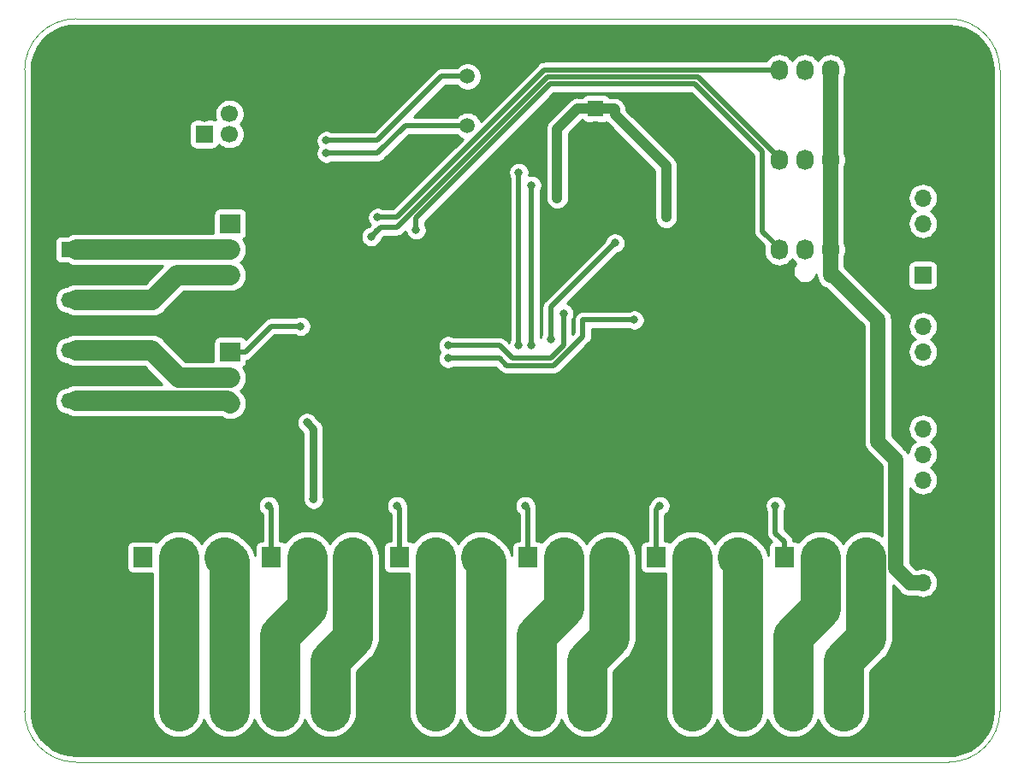
<source format=gbr>
G04 #@! TF.GenerationSoftware,KiCad,Pcbnew,5.1.4-e60b266~84~ubuntu18.04.1*
G04 #@! TF.CreationDate,2019-09-18T23:31:39+02:00*
G04 #@! TF.ProjectId,PCB,5043422e-6b69-4636-9164-5f7063625858,rev?*
G04 #@! TF.SameCoordinates,Original*
G04 #@! TF.FileFunction,Copper,L2,Bot*
G04 #@! TF.FilePolarity,Positive*
%FSLAX46Y46*%
G04 Gerber Fmt 4.6, Leading zero omitted, Abs format (unit mm)*
G04 Created by KiCad (PCBNEW 5.1.4-e60b266~84~ubuntu18.04.1) date 2019-09-18 23:31:39*
%MOMM*%
%LPD*%
G04 APERTURE LIST*
%ADD10C,0.050000*%
%ADD11C,1.500000*%
%ADD12O,2.000000X1.905000*%
%ADD13R,2.000000X1.905000*%
%ADD14O,1.905000X2.000000*%
%ADD15R,1.905000X2.000000*%
%ADD16O,1.700000X1.700000*%
%ADD17R,1.700000X1.700000*%
%ADD18O,3.000000X1.500000*%
%ADD19R,3.000000X1.500000*%
%ADD20O,1.500000X3.000000*%
%ADD21R,1.500000X3.000000*%
%ADD22O,1.730000X2.030000*%
%ADD23R,1.730000X2.030000*%
%ADD24C,3.500000*%
%ADD25C,1.700000*%
%ADD26C,0.800000*%
%ADD27C,6.400000*%
%ADD28C,1.600000*%
%ADD29R,1.600000X1.600000*%
%ADD30C,0.500000*%
%ADD31C,1.500000*%
%ADD32C,1.000000*%
%ADD33C,4.000000*%
%ADD34C,2.000000*%
%ADD35C,0.750000*%
%ADD36C,0.254000*%
G04 APERTURE END LIST*
D10*
X116840000Y-50800000D02*
X203200000Y-50800000D01*
X111760000Y-55880000D02*
G75*
G02X116840000Y-50800000I5080000J0D01*
G01*
X208280000Y-119380000D02*
X208280000Y-55880000D01*
X203200000Y-50800000D02*
G75*
G02X208280000Y-55880000I0J-5080000D01*
G01*
X111760000Y-119380000D02*
X111760000Y-55880000D01*
X116840000Y-124460000D02*
X203200000Y-124460000D01*
X116840000Y-124460000D02*
G75*
G02X111760000Y-119380000I0J5080000D01*
G01*
X208280000Y-119380000D02*
G75*
G02X203200000Y-124460000I-5080000J0D01*
G01*
D11*
X155575000Y-61395000D03*
X155575000Y-56515000D03*
D12*
X132080000Y-88900000D03*
X132080000Y-86360000D03*
D13*
X132080000Y-83820000D03*
D12*
X132080000Y-76200000D03*
X132080000Y-73660000D03*
D13*
X132080000Y-71120000D03*
D14*
X144240000Y-104140000D03*
X139700000Y-104140000D03*
D15*
X136160000Y-104140000D03*
D14*
X131540000Y-104140000D03*
X127000000Y-104140000D03*
D15*
X123460000Y-104140000D03*
D14*
X169640000Y-104140000D03*
X165100000Y-104140000D03*
D15*
X161560000Y-104140000D03*
D14*
X156940000Y-104140000D03*
X152400000Y-104140000D03*
D15*
X148860000Y-104140000D03*
D14*
X195040000Y-104140000D03*
X190500000Y-104140000D03*
D15*
X186960000Y-104140000D03*
D14*
X182340000Y-104140000D03*
X177800000Y-104140000D03*
D15*
X174260000Y-104140000D03*
D16*
X200660000Y-83820000D03*
X200660000Y-81280000D03*
X200660000Y-78740000D03*
D17*
X200660000Y-76200000D03*
D18*
X121840000Y-88660000D03*
X116840000Y-88660000D03*
X121840000Y-83660000D03*
X116840000Y-83660000D03*
X121840000Y-78660000D03*
X116840000Y-78660000D03*
D19*
X121840000Y-73660000D03*
X116840000Y-73660000D03*
D20*
X142000000Y-114380000D03*
X142000000Y-119380000D03*
X137000000Y-114380000D03*
X137000000Y-119380000D03*
X132000000Y-114380000D03*
X132000000Y-119380000D03*
D21*
X127000000Y-114380000D03*
X127000000Y-119380000D03*
D20*
X167400000Y-114380000D03*
X167400000Y-119380000D03*
X162400000Y-114380000D03*
X162400000Y-119380000D03*
X157400000Y-114380000D03*
X157400000Y-119380000D03*
D21*
X152400000Y-114380000D03*
X152400000Y-119380000D03*
D20*
X192800000Y-114380000D03*
X192800000Y-119380000D03*
X187800000Y-114380000D03*
X187800000Y-119380000D03*
X182800000Y-114380000D03*
X182800000Y-119380000D03*
D21*
X177800000Y-114380000D03*
X177800000Y-119380000D03*
D22*
X186436000Y-73660000D03*
X188976000Y-73660000D03*
X191516000Y-73660000D03*
D23*
X194056000Y-73660000D03*
D22*
X186436000Y-64770000D03*
X188976000Y-64770000D03*
X191516000Y-64770000D03*
D23*
X194056000Y-64770000D03*
D22*
X186436000Y-55880000D03*
X188976000Y-55880000D03*
X191516000Y-55880000D03*
D23*
X194056000Y-55880000D03*
D16*
X200660000Y-96520000D03*
X200660000Y-93980000D03*
X200660000Y-91440000D03*
D17*
X200660000Y-88900000D03*
D16*
X200660000Y-71120000D03*
X200660000Y-68580000D03*
D17*
X200660000Y-66040000D03*
D16*
X200660000Y-109220000D03*
X200660000Y-106680000D03*
D17*
X200660000Y-104140000D03*
D24*
X136810000Y-57520000D03*
X124770000Y-57520000D03*
D25*
X129540000Y-60230000D03*
X132040000Y-60230000D03*
X132040000Y-62230000D03*
D17*
X129540000Y-62230000D03*
D26*
X118537056Y-121077056D03*
X119240000Y-119380000D03*
X118537056Y-117682944D03*
X116840000Y-116980000D03*
X115142944Y-117682944D03*
X114440000Y-119380000D03*
X115142944Y-121077056D03*
X116840000Y-121780000D03*
D27*
X116840000Y-119380000D03*
D26*
X204897056Y-57577056D03*
X205600000Y-55880000D03*
X204897056Y-54182944D03*
X203200000Y-53480000D03*
X201502944Y-54182944D03*
X200800000Y-55880000D03*
X201502944Y-57577056D03*
X203200000Y-58280000D03*
D27*
X203200000Y-55880000D03*
D26*
X118537056Y-57577056D03*
X119240000Y-55880000D03*
X118537056Y-54182944D03*
X116840000Y-53480000D03*
X115142944Y-54182944D03*
X114440000Y-55880000D03*
X115142944Y-57577056D03*
X116840000Y-58280000D03*
D27*
X116840000Y-55880000D03*
D26*
X204897056Y-121217056D03*
X205600000Y-119520000D03*
X204897056Y-117822944D03*
X203200000Y-117120000D03*
X201502944Y-117822944D03*
X200800000Y-119520000D03*
X201502944Y-121217056D03*
X203200000Y-121920000D03*
D27*
X203200000Y-119520000D03*
D28*
X168275000Y-61690000D03*
D29*
X168275000Y-59690000D03*
D26*
X132080000Y-93980000D03*
X127965200Y-95529400D03*
X147701000Y-91414600D03*
X143789400Y-93599000D03*
X156260800Y-94259400D03*
X168681400Y-90754200D03*
X175768000Y-92506800D03*
X177241200Y-83185000D03*
X181559200Y-74726800D03*
X174269400Y-74523600D03*
X180441600Y-65811400D03*
X142316200Y-79476600D03*
X128041400Y-66929000D03*
X119583200Y-65024000D03*
X150545800Y-73634600D03*
X164998400Y-73939400D03*
X165176200Y-99187000D03*
X114300000Y-92075000D03*
X119634000Y-110896400D03*
X197916800Y-60706000D03*
X198297800Y-117627400D03*
X202006200Y-113182400D03*
X141605000Y-62865000D03*
X141605000Y-64135000D03*
X196215000Y-89535000D03*
X196215000Y-90805000D03*
X196215000Y-92075000D03*
X175260000Y-70485000D03*
X164465000Y-68580000D03*
X164465000Y-67945000D03*
X170180000Y-73025000D03*
X163830000Y-82550000D03*
X165100000Y-80010000D03*
X153670000Y-83185000D03*
X172085000Y-80645000D03*
X153670000Y-84455000D03*
X146685000Y-70485000D03*
X146050000Y-72390000D03*
X150495000Y-71740000D03*
X174625000Y-99060000D03*
X186055000Y-99060000D03*
X148590000Y-99060000D03*
X161290000Y-99060000D03*
X135890000Y-99060000D03*
X140335000Y-98425000D03*
X139700000Y-90805000D03*
X139065000Y-81280000D03*
X161925000Y-67310000D03*
X161925000Y-83185000D03*
X160655000Y-66040000D03*
X160655000Y-83185000D03*
D30*
X155575000Y-56515000D02*
X153035000Y-56515000D01*
X153035000Y-56515000D02*
X146685000Y-62865000D01*
X146685000Y-62865000D02*
X141605000Y-62865000D01*
X141605000Y-62865000D02*
X141605000Y-62865000D01*
X155575000Y-61395000D02*
X149425000Y-61395000D01*
X149425000Y-61395000D02*
X146685000Y-64135000D01*
X146685000Y-64135000D02*
X141605000Y-64135000D01*
X141605000Y-64135000D02*
X141605000Y-64135000D01*
D31*
X200660000Y-106680000D02*
X199390000Y-106680000D01*
X197990010Y-105280010D02*
X197990010Y-94485010D01*
X199390000Y-106680000D02*
X197990010Y-105280010D01*
X197990010Y-94485010D02*
X196215000Y-92710000D01*
X196215000Y-92710000D02*
X196215000Y-92075000D01*
X196215000Y-89535000D02*
X196215000Y-89535000D01*
X196215000Y-90805000D02*
X196215000Y-89535000D01*
X196215000Y-92075000D02*
X196215000Y-90805000D01*
X196215000Y-89535000D02*
X196215000Y-80645000D01*
X196215000Y-80645000D02*
X191770000Y-76200000D01*
X191516000Y-76175000D02*
X191516000Y-73660000D01*
X191770000Y-76200000D02*
X191541000Y-76200000D01*
X191541000Y-76200000D02*
X191516000Y-76175000D01*
X191516000Y-73660000D02*
X191516000Y-55880000D01*
D32*
X166475000Y-59690000D02*
X164465000Y-61700000D01*
X168275000Y-59690000D02*
X166475000Y-59690000D01*
X164465000Y-61700000D02*
X164465000Y-67945000D01*
X175260000Y-70485000D02*
X175260000Y-65405000D01*
X175260000Y-65405000D02*
X170180000Y-60325000D01*
X170075000Y-59690000D02*
X168275000Y-59690000D01*
X170180000Y-60325000D02*
X170180000Y-59795000D01*
X170180000Y-59795000D02*
X170075000Y-59690000D01*
X164465000Y-67945000D02*
X164465000Y-68580000D01*
D30*
X163830000Y-79375000D02*
X170180000Y-73025000D01*
X163830000Y-82550000D02*
X163830000Y-79375000D01*
X153670000Y-83185000D02*
X158750000Y-83185000D01*
X158750000Y-83185000D02*
X160020000Y-84455000D01*
X160020000Y-84455000D02*
X163830000Y-84455000D01*
X165100000Y-83185000D02*
X165100000Y-80010000D01*
X163830000Y-84455000D02*
X165100000Y-83185000D01*
X158750000Y-84455000D02*
X153670000Y-84455000D01*
X164119953Y-85155010D02*
X159450010Y-85155010D01*
X167005000Y-82269962D02*
X164119953Y-85155010D01*
X159450010Y-85155010D02*
X158750000Y-84455000D01*
X172085000Y-80645000D02*
X167005000Y-80645000D01*
X167005000Y-80645000D02*
X167005000Y-82269962D01*
X146685000Y-70485000D02*
X148590000Y-70485000D01*
X163195000Y-55880000D02*
X186436000Y-55880000D01*
X148590000Y-70485000D02*
X163195000Y-55880000D01*
X186436000Y-64620000D02*
X186436000Y-64770000D01*
X146050000Y-72390000D02*
X146685000Y-71755000D01*
X178396010Y-56580010D02*
X186436000Y-64620000D01*
X148590000Y-71474962D02*
X163484952Y-56580010D01*
X163484952Y-56580010D02*
X178396010Y-56580010D01*
X146965038Y-71474962D02*
X146050000Y-72390000D01*
X148590000Y-71474962D02*
X146965038Y-71474962D01*
X186436000Y-73510000D02*
X186436000Y-73660000D01*
X150495000Y-71740000D02*
X150495000Y-70559924D01*
X150495000Y-70559924D02*
X163774904Y-57280020D01*
X163774904Y-57280020D02*
X170206020Y-57280020D01*
X170206020Y-57280020D02*
X178106058Y-57280020D01*
X178106058Y-57280020D02*
X184555519Y-63729481D01*
X184555519Y-63729481D02*
X184785000Y-63958962D01*
X184785000Y-63958962D02*
X184785000Y-71755000D01*
X184785000Y-71859000D02*
X186436000Y-73510000D01*
X184785000Y-71755000D02*
X184785000Y-71859000D01*
D33*
X192800000Y-114380000D02*
X192800000Y-119380000D01*
X195040000Y-112140000D02*
X192800000Y-114380000D01*
X195040000Y-104140000D02*
X195040000Y-112140000D01*
X190500000Y-104140000D02*
X190500000Y-109220000D01*
X187800000Y-111920000D02*
X187800000Y-119380000D01*
X190500000Y-109220000D02*
X187800000Y-111920000D01*
X182800000Y-104600000D02*
X182340000Y-104140000D01*
X182800000Y-119380000D02*
X182800000Y-104600000D01*
X177800000Y-104140000D02*
X177800000Y-119380000D01*
X169640000Y-112140000D02*
X167400000Y-114380000D01*
X169640000Y-104140000D02*
X169640000Y-112140000D01*
X167400000Y-114380000D02*
X167400000Y-119380000D01*
X162400000Y-111840000D02*
X162400000Y-119380000D01*
X165100000Y-104140000D02*
X165100000Y-109140000D01*
X165100000Y-109140000D02*
X162400000Y-111840000D01*
X157400000Y-104600000D02*
X156940000Y-104140000D01*
X157400000Y-119380000D02*
X157400000Y-104600000D01*
X152400000Y-104140000D02*
X152400000Y-119380000D01*
X144240000Y-112140000D02*
X142000000Y-114380000D01*
X144240000Y-104140000D02*
X144240000Y-112140000D01*
X142000000Y-114380000D02*
X142000000Y-119380000D01*
X137000000Y-111840000D02*
X137000000Y-119380000D01*
X139700000Y-104140000D02*
X139700000Y-109140000D01*
X139700000Y-109140000D02*
X137000000Y-111840000D01*
X132000000Y-104600000D02*
X131540000Y-104140000D01*
X132000000Y-119380000D02*
X132000000Y-104600000D01*
X127000000Y-104140000D02*
X127000000Y-119380000D01*
D34*
X116840000Y-88660000D02*
X121840000Y-88660000D01*
X131840000Y-88660000D02*
X132080000Y-88900000D01*
X121840000Y-88660000D02*
X131840000Y-88660000D01*
X124300000Y-83660000D02*
X116840000Y-83660000D01*
X132080000Y-86360000D02*
X127000000Y-86360000D01*
X127000000Y-86360000D02*
X124300000Y-83660000D01*
X124380000Y-78660000D02*
X126840000Y-76200000D01*
X116840000Y-78660000D02*
X124380000Y-78660000D01*
X126840000Y-76200000D02*
X132080000Y-76200000D01*
X132080000Y-73660000D02*
X116840000Y-73660000D01*
D30*
X174260000Y-104140000D02*
X174260000Y-99425000D01*
X174260000Y-99425000D02*
X174625000Y-99060000D01*
X174625000Y-99060000D02*
X174625000Y-99060000D01*
X186960000Y-102640000D02*
X186055000Y-101735000D01*
X186960000Y-104140000D02*
X186960000Y-102640000D01*
X186055000Y-101735000D02*
X186055000Y-99060000D01*
X186055000Y-99060000D02*
X186055000Y-99060000D01*
X148860000Y-104140000D02*
X148860000Y-99330000D01*
X148860000Y-99330000D02*
X148590000Y-99060000D01*
X148590000Y-99060000D02*
X148590000Y-99060000D01*
X161560000Y-104140000D02*
X161560000Y-99330000D01*
X161560000Y-99330000D02*
X161290000Y-99060000D01*
X161290000Y-99060000D02*
X161290000Y-99060000D01*
X136160000Y-104140000D02*
X136160000Y-99330000D01*
X136160000Y-99330000D02*
X135890000Y-99060000D01*
X135890000Y-99060000D02*
X135890000Y-99060000D01*
D35*
X140335000Y-91440000D02*
X139700000Y-90805000D01*
X140335000Y-98425000D02*
X140335000Y-91440000D01*
D30*
X133580000Y-83820000D02*
X136120000Y-81280000D01*
X132080000Y-83820000D02*
X133580000Y-83820000D01*
X136120000Y-81280000D02*
X139065000Y-81280000D01*
X139065000Y-81280000D02*
X139065000Y-81280000D01*
X161925000Y-83185000D02*
X161925000Y-67310000D01*
X160655000Y-66040000D02*
X160655000Y-83185000D01*
D36*
G36*
X207547563Y-120162249D02*
G01*
X207340328Y-120919774D01*
X207002223Y-121628625D01*
X206543933Y-122266404D01*
X205979945Y-122812946D01*
X205328087Y-123250977D01*
X204608962Y-123566651D01*
X203840232Y-123751206D01*
X203175779Y-123800001D01*
X116869392Y-123800000D01*
X116057751Y-123727563D01*
X115300226Y-123520328D01*
X114591373Y-123182221D01*
X113953590Y-122723928D01*
X113407054Y-122159945D01*
X112969022Y-121508085D01*
X112653349Y-120788963D01*
X112468794Y-120020232D01*
X112420000Y-119355792D01*
X112420000Y-55909392D01*
X112492437Y-55097751D01*
X112699672Y-54340226D01*
X113037779Y-53631373D01*
X113496072Y-52993590D01*
X114060055Y-52447054D01*
X114711915Y-52009022D01*
X115431037Y-51693349D01*
X116199768Y-51508794D01*
X116864208Y-51460000D01*
X132186260Y-51460000D01*
X132186260Y-58745000D01*
X131893740Y-58745000D01*
X131606842Y-58802068D01*
X131336589Y-58914010D01*
X131093368Y-59076525D01*
X130886525Y-59283368D01*
X130724010Y-59526589D01*
X130612068Y-59796842D01*
X130555000Y-60083740D01*
X130555000Y-60376260D01*
X130612068Y-60663158D01*
X130673525Y-60811529D01*
X130634180Y-60790498D01*
X130514482Y-60754188D01*
X130390000Y-60741928D01*
X128690000Y-60741928D01*
X128565518Y-60754188D01*
X128445820Y-60790498D01*
X128335506Y-60849463D01*
X128238815Y-60928815D01*
X128159463Y-61025506D01*
X128100498Y-61135820D01*
X128064188Y-61255518D01*
X128051928Y-61380000D01*
X128051928Y-63080000D01*
X128064188Y-63204482D01*
X128100498Y-63324180D01*
X128159463Y-63434494D01*
X128238815Y-63531185D01*
X128335506Y-63610537D01*
X128445820Y-63669502D01*
X128565518Y-63705812D01*
X128690000Y-63718072D01*
X130390000Y-63718072D01*
X130514482Y-63705812D01*
X130634180Y-63669502D01*
X130744494Y-63610537D01*
X130841185Y-63531185D01*
X130920537Y-63434494D01*
X130979502Y-63324180D01*
X130992203Y-63282310D01*
X131093368Y-63383475D01*
X131336589Y-63545990D01*
X131606842Y-63657932D01*
X131893740Y-63715000D01*
X132186260Y-63715000D01*
X132473158Y-63657932D01*
X132743411Y-63545990D01*
X132986632Y-63383475D01*
X133080000Y-63290107D01*
X133080000Y-69529428D01*
X131080000Y-69529428D01*
X130955518Y-69541688D01*
X130835820Y-69577998D01*
X130725506Y-69636963D01*
X130628815Y-69716315D01*
X130549463Y-69813006D01*
X130490498Y-69923320D01*
X130454188Y-70043018D01*
X130441928Y-70167500D01*
X130441928Y-72025000D01*
X116759678Y-72025001D01*
X116519484Y-72048658D01*
X116211285Y-72142149D01*
X115968486Y-72271928D01*
X115340000Y-72271928D01*
X115215518Y-72284188D01*
X115095820Y-72320498D01*
X114985506Y-72379463D01*
X114888815Y-72458815D01*
X114809463Y-72555506D01*
X114750498Y-72665820D01*
X114714188Y-72785518D01*
X114701928Y-72910000D01*
X114701928Y-74410000D01*
X114714188Y-74534482D01*
X114750498Y-74654180D01*
X114809463Y-74764494D01*
X114888815Y-74861185D01*
X114985506Y-74940537D01*
X115095820Y-74999502D01*
X115215518Y-75035812D01*
X115340000Y-75048072D01*
X115968484Y-75048072D01*
X116211285Y-75177852D01*
X116519484Y-75271343D01*
X116759678Y-75295000D01*
X125432762Y-75295000D01*
X123702760Y-77025001D01*
X116759679Y-77025000D01*
X116519485Y-77048657D01*
X116211286Y-77142148D01*
X115949359Y-77282151D01*
X115818493Y-77295040D01*
X115557419Y-77374237D01*
X115316812Y-77502844D01*
X115105919Y-77675920D01*
X114932843Y-77886813D01*
X114804236Y-78127420D01*
X114725040Y-78388494D01*
X114698299Y-78660000D01*
X114725040Y-78931507D01*
X114804236Y-79192581D01*
X114932843Y-79433188D01*
X115105919Y-79644081D01*
X115316812Y-79817157D01*
X115557419Y-79945764D01*
X115818493Y-80024960D01*
X115949358Y-80037849D01*
X116211285Y-80177852D01*
X116519484Y-80271343D01*
X116759678Y-80295000D01*
X124299681Y-80295000D01*
X124380001Y-80302911D01*
X124460322Y-80295000D01*
X124700516Y-80271343D01*
X125008715Y-80177852D01*
X125292752Y-80026031D01*
X125541714Y-79821714D01*
X125592920Y-79759319D01*
X127517238Y-77835000D01*
X132160322Y-77835000D01*
X132400516Y-77811343D01*
X132708715Y-77717852D01*
X132992752Y-77566031D01*
X133241714Y-77361714D01*
X133446031Y-77112752D01*
X133597852Y-76828715D01*
X133691343Y-76520516D01*
X133722911Y-76200000D01*
X133691343Y-75879485D01*
X133597852Y-75571286D01*
X133446031Y-75287249D01*
X133241714Y-75038287D01*
X133109766Y-74930001D01*
X133241714Y-74821714D01*
X133446031Y-74572751D01*
X133597852Y-74288714D01*
X133691343Y-73980515D01*
X133722911Y-73660000D01*
X133691343Y-73339484D01*
X133597852Y-73031285D01*
X133446031Y-72747248D01*
X133360249Y-72642722D01*
X133434494Y-72603037D01*
X133531185Y-72523685D01*
X133610537Y-72426994D01*
X133669502Y-72316680D01*
X133705812Y-72196982D01*
X133718072Y-72072500D01*
X133718072Y-70167500D01*
X133705812Y-70043018D01*
X133669502Y-69923320D01*
X133610537Y-69813006D01*
X133531185Y-69716315D01*
X133434494Y-69636963D01*
X133324180Y-69577998D01*
X133204482Y-69541688D01*
X133080000Y-69529428D01*
X133080000Y-63290107D01*
X133193475Y-63176632D01*
X133355990Y-62933411D01*
X133467932Y-62663158D01*
X133525000Y-62376260D01*
X133525000Y-62083740D01*
X133467932Y-61796842D01*
X133355990Y-61526589D01*
X133193475Y-61283368D01*
X133140107Y-61230000D01*
X133193475Y-61176632D01*
X133355990Y-60933411D01*
X133467932Y-60663158D01*
X133525000Y-60376260D01*
X133525000Y-60083740D01*
X133467932Y-59796842D01*
X133355990Y-59526589D01*
X133193475Y-59283368D01*
X132986632Y-59076525D01*
X132743411Y-58914010D01*
X132473158Y-58802068D01*
X132186260Y-58745000D01*
X132186260Y-51460000D01*
X139166939Y-51460000D01*
X139166939Y-80245000D01*
X138963061Y-80245000D01*
X138763102Y-80284774D01*
X138574744Y-80362795D01*
X138526544Y-80395001D01*
X136163469Y-80395000D01*
X136120000Y-80390719D01*
X136076531Y-80395000D01*
X136076524Y-80395000D01*
X135946511Y-80407805D01*
X135779688Y-80458411D01*
X135625942Y-80540589D01*
X135491183Y-80651183D01*
X135463466Y-80684956D01*
X133619203Y-82529218D01*
X133610537Y-82513006D01*
X133531185Y-82416315D01*
X133434494Y-82336963D01*
X133324180Y-82277998D01*
X133204482Y-82241688D01*
X133080000Y-82229428D01*
X131080000Y-82229428D01*
X130955518Y-82241688D01*
X130835820Y-82277998D01*
X130725506Y-82336963D01*
X130628815Y-82416315D01*
X130549463Y-82513006D01*
X130490498Y-82623320D01*
X130454188Y-82743018D01*
X130441928Y-82867500D01*
X130441928Y-84725000D01*
X127677240Y-84725001D01*
X125512924Y-82560686D01*
X125461714Y-82498286D01*
X125212751Y-82293969D01*
X124928714Y-82142148D01*
X124620515Y-82048657D01*
X124403127Y-82027246D01*
X124300000Y-82017089D01*
X124219680Y-82025000D01*
X116759678Y-82025001D01*
X116519484Y-82048658D01*
X116211285Y-82142149D01*
X115949360Y-82282151D01*
X115818493Y-82295040D01*
X115557419Y-82374237D01*
X115316812Y-82502844D01*
X115105919Y-82675920D01*
X114932843Y-82886813D01*
X114804236Y-83127420D01*
X114725040Y-83388494D01*
X114698299Y-83660000D01*
X114725040Y-83931507D01*
X114804236Y-84192581D01*
X114932843Y-84433188D01*
X115105919Y-84644081D01*
X115316812Y-84817157D01*
X115557419Y-84945764D01*
X115818493Y-85024960D01*
X115949358Y-85037849D01*
X116211285Y-85177852D01*
X116519484Y-85271343D01*
X116759678Y-85295000D01*
X123622762Y-85295000D01*
X125352761Y-87025000D01*
X121759679Y-87025000D01*
X121759669Y-87025001D01*
X116759679Y-87025000D01*
X116519485Y-87048657D01*
X116211286Y-87142148D01*
X115949359Y-87282151D01*
X115818493Y-87295040D01*
X115557419Y-87374237D01*
X115316812Y-87502844D01*
X115105919Y-87675920D01*
X114932843Y-87886813D01*
X114804236Y-88127420D01*
X114725040Y-88388494D01*
X114698299Y-88660000D01*
X114725040Y-88931507D01*
X114804236Y-89192581D01*
X114932843Y-89433188D01*
X115105919Y-89644081D01*
X115316812Y-89817157D01*
X115557419Y-89945764D01*
X115818493Y-90024960D01*
X115949358Y-90037849D01*
X116211285Y-90177852D01*
X116519484Y-90271343D01*
X116759678Y-90295000D01*
X131221447Y-90295000D01*
X131451286Y-90417851D01*
X131759484Y-90511342D01*
X132079999Y-90542911D01*
X132400516Y-90511342D01*
X132708714Y-90417851D01*
X132992752Y-90266030D01*
X133241713Y-90061713D01*
X133446030Y-89812752D01*
X133597851Y-89528714D01*
X133691342Y-89220516D01*
X133722911Y-88899999D01*
X133691342Y-88579484D01*
X133597851Y-88271286D01*
X133446030Y-87987248D01*
X133292915Y-87800677D01*
X133116616Y-87624378D01*
X133241714Y-87521714D01*
X133446031Y-87272751D01*
X133597852Y-86988714D01*
X133691343Y-86680515D01*
X133722911Y-86360000D01*
X133691343Y-86039484D01*
X133597852Y-85731285D01*
X133446031Y-85447248D01*
X133360249Y-85342722D01*
X133434494Y-85303037D01*
X133531185Y-85223685D01*
X133610537Y-85126994D01*
X133669502Y-85016680D01*
X133705812Y-84896982D01*
X133718072Y-84772500D01*
X133718072Y-84695683D01*
X133753490Y-84692195D01*
X133920313Y-84641589D01*
X134074059Y-84559411D01*
X134208817Y-84448817D01*
X134236530Y-84415049D01*
X135991939Y-82659640D01*
X135991939Y-98025000D01*
X135788061Y-98025000D01*
X135588102Y-98064774D01*
X135399744Y-98142795D01*
X135230226Y-98256063D01*
X135086063Y-98400226D01*
X134972795Y-98569744D01*
X134894774Y-98758102D01*
X134855000Y-98958061D01*
X134855000Y-99161939D01*
X134894774Y-99361898D01*
X134972795Y-99550256D01*
X135086063Y-99719774D01*
X135230226Y-99863937D01*
X135275000Y-99893854D01*
X135275000Y-102501928D01*
X135207500Y-102501928D01*
X135083018Y-102514188D01*
X134963320Y-102550498D01*
X134853006Y-102609463D01*
X134756315Y-102688815D01*
X134676963Y-102785506D01*
X134617998Y-102895820D01*
X134581688Y-103015518D01*
X134569428Y-103140000D01*
X134569428Y-103992976D01*
X134446201Y-103586750D01*
X134201523Y-103128989D01*
X133872241Y-102727759D01*
X133771694Y-102645242D01*
X133311697Y-102185245D01*
X133011010Y-101938478D01*
X132553249Y-101693799D01*
X132056549Y-101543127D01*
X131540000Y-101492252D01*
X131023451Y-101543127D01*
X130526751Y-101693799D01*
X130068990Y-101938478D01*
X129667759Y-102267759D01*
X129338478Y-102668990D01*
X129270001Y-102797102D01*
X129201523Y-102668989D01*
X128872241Y-102267759D01*
X128471011Y-101938477D01*
X128013250Y-101693799D01*
X127516550Y-101543127D01*
X127000000Y-101492251D01*
X126483450Y-101543127D01*
X125986750Y-101693799D01*
X125528989Y-101938477D01*
X125127759Y-102267759D01*
X124814998Y-102648859D01*
X124766994Y-102609463D01*
X124656680Y-102550498D01*
X124536982Y-102514188D01*
X124412500Y-102501928D01*
X122507500Y-102501928D01*
X122383018Y-102514188D01*
X122263320Y-102550498D01*
X122153006Y-102609463D01*
X122056315Y-102688815D01*
X121976963Y-102785506D01*
X121917998Y-102895820D01*
X121881688Y-103015518D01*
X121869428Y-103140000D01*
X121869428Y-105140000D01*
X121881688Y-105264482D01*
X121917998Y-105384180D01*
X121976963Y-105494494D01*
X122056315Y-105591185D01*
X122153006Y-105670537D01*
X122263320Y-105729502D01*
X122383018Y-105765812D01*
X122507500Y-105778072D01*
X124365000Y-105778072D01*
X124365000Y-119509442D01*
X124403127Y-119896550D01*
X124553799Y-120393250D01*
X124798477Y-120851011D01*
X125127759Y-121252241D01*
X125528989Y-121581523D01*
X125986750Y-121826201D01*
X126483450Y-121976873D01*
X127000000Y-122027749D01*
X127516550Y-121976873D01*
X128013250Y-121826201D01*
X128471011Y-121581523D01*
X128872241Y-121252241D01*
X129201523Y-120851011D01*
X129446201Y-120393250D01*
X129500000Y-120215898D01*
X129553799Y-120393250D01*
X129798477Y-120851011D01*
X130127759Y-121252241D01*
X130528989Y-121581523D01*
X130986750Y-121826201D01*
X131483450Y-121976873D01*
X132000000Y-122027749D01*
X132516550Y-121976873D01*
X133013250Y-121826201D01*
X133471011Y-121581523D01*
X133872241Y-121252241D01*
X134201523Y-120851011D01*
X134446201Y-120393250D01*
X134500000Y-120215898D01*
X134553799Y-120393250D01*
X134798477Y-120851011D01*
X135127759Y-121252241D01*
X135528989Y-121581523D01*
X135986750Y-121826201D01*
X136483450Y-121976873D01*
X137000000Y-122027749D01*
X137516550Y-121976873D01*
X138013250Y-121826201D01*
X138471011Y-121581523D01*
X138872241Y-121252241D01*
X139201523Y-120851011D01*
X139446201Y-120393250D01*
X139500000Y-120215898D01*
X139553799Y-120393250D01*
X139798477Y-120851011D01*
X140127759Y-121252241D01*
X140528989Y-121581523D01*
X140986750Y-121826201D01*
X141483450Y-121976873D01*
X142000000Y-122027749D01*
X142516550Y-121976873D01*
X143013250Y-121826201D01*
X143471011Y-121581523D01*
X143872241Y-121252241D01*
X144201523Y-120851011D01*
X144446201Y-120393250D01*
X144596873Y-119896550D01*
X144635000Y-119509442D01*
X144635000Y-115471453D01*
X146011694Y-114094758D01*
X146112241Y-114012241D01*
X146441523Y-113611011D01*
X146686201Y-113153250D01*
X146836873Y-112656550D01*
X146875000Y-112269442D01*
X146875000Y-112269434D01*
X146887748Y-112140000D01*
X146875000Y-112010566D01*
X146875000Y-104010558D01*
X146836873Y-103623450D01*
X146686201Y-103126750D01*
X146441523Y-102668989D01*
X146112241Y-102267759D01*
X145711011Y-101938477D01*
X145253250Y-101693799D01*
X144756550Y-101543127D01*
X144240000Y-101492251D01*
X143723450Y-101543127D01*
X143226750Y-101693799D01*
X142768989Y-101938477D01*
X142367759Y-102267759D01*
X142038477Y-102668989D01*
X141970000Y-102797101D01*
X141901523Y-102668989D01*
X141572241Y-102267759D01*
X141171011Y-101938477D01*
X140713250Y-101693799D01*
X140216550Y-101543127D01*
X139700000Y-101492251D01*
X139183450Y-101543127D01*
X138686750Y-101693799D01*
X138228989Y-101938477D01*
X137827759Y-102267759D01*
X137514998Y-102648859D01*
X137466994Y-102609463D01*
X137356680Y-102550498D01*
X137236982Y-102514188D01*
X137112500Y-102501928D01*
X137045000Y-102501928D01*
X137045000Y-99373469D01*
X137049281Y-99330000D01*
X137045000Y-99286531D01*
X137045000Y-99286523D01*
X137032195Y-99156510D01*
X136981589Y-98989687D01*
X136901478Y-98839809D01*
X136885226Y-98758102D01*
X136807205Y-98569744D01*
X136693937Y-98400226D01*
X136549774Y-98256063D01*
X136380256Y-98142795D01*
X136191898Y-98064774D01*
X135991939Y-98025000D01*
X135991939Y-82659640D01*
X136486578Y-82165000D01*
X138526546Y-82165000D01*
X138574744Y-82197205D01*
X138763102Y-82275226D01*
X138963061Y-82315000D01*
X139166939Y-82315000D01*
X139366898Y-82275226D01*
X139555256Y-82197205D01*
X139724774Y-82083937D01*
X139801939Y-82006772D01*
X139801939Y-89770000D01*
X139598061Y-89770000D01*
X139398102Y-89809774D01*
X139209744Y-89887795D01*
X139040226Y-90001063D01*
X138896063Y-90145226D01*
X138782795Y-90314744D01*
X138704774Y-90503102D01*
X138665000Y-90703061D01*
X138665000Y-90906939D01*
X138704774Y-91106898D01*
X138782795Y-91295256D01*
X138896063Y-91464774D01*
X139040226Y-91608937D01*
X139146777Y-91680132D01*
X139325000Y-91858355D01*
X139325000Y-98197377D01*
X139300000Y-98323061D01*
X139300000Y-98526939D01*
X139339774Y-98726898D01*
X139417795Y-98915256D01*
X139531063Y-99084774D01*
X139675226Y-99228937D01*
X139844744Y-99342205D01*
X140033102Y-99420226D01*
X140233061Y-99460000D01*
X140436939Y-99460000D01*
X140636898Y-99420226D01*
X140825256Y-99342205D01*
X140994774Y-99228937D01*
X141138937Y-99084774D01*
X141252205Y-98915256D01*
X141330226Y-98726898D01*
X141370000Y-98526939D01*
X141370000Y-98323061D01*
X141345000Y-98197377D01*
X141345000Y-91489608D01*
X141349886Y-91440000D01*
X141330385Y-91242005D01*
X141303102Y-91152066D01*
X141272632Y-91051620D01*
X141178847Y-90876160D01*
X141052633Y-90722367D01*
X141014094Y-90690739D01*
X140575132Y-90251777D01*
X140503937Y-90145226D01*
X140359774Y-90001063D01*
X140190256Y-89887795D01*
X140001898Y-89809774D01*
X139801939Y-89770000D01*
X139801939Y-82006772D01*
X139868937Y-81939774D01*
X139982205Y-81770256D01*
X140060226Y-81581898D01*
X140100000Y-81381939D01*
X140100000Y-81178061D01*
X140060226Y-80978102D01*
X139982205Y-80789744D01*
X139868937Y-80620226D01*
X139724774Y-80476063D01*
X139555256Y-80362795D01*
X139366898Y-80284774D01*
X139166939Y-80245000D01*
X139166939Y-51460000D01*
X191516000Y-51460000D01*
X191516000Y-54222743D01*
X191221949Y-54251705D01*
X190939198Y-54337476D01*
X190678613Y-54476762D01*
X190450208Y-54664208D01*
X190262762Y-54892613D01*
X190246000Y-54923972D01*
X190229238Y-54892613D01*
X190041792Y-54664208D01*
X189813387Y-54476762D01*
X189552802Y-54337476D01*
X189270051Y-54251705D01*
X188976000Y-54222743D01*
X188681949Y-54251705D01*
X188399198Y-54337476D01*
X188138613Y-54476762D01*
X187910208Y-54664208D01*
X187722762Y-54892613D01*
X187706000Y-54923972D01*
X187689238Y-54892613D01*
X187501792Y-54664208D01*
X187273387Y-54476762D01*
X187012802Y-54337476D01*
X186730051Y-54251705D01*
X186436000Y-54222743D01*
X186141949Y-54251705D01*
X185859198Y-54337476D01*
X185598613Y-54476762D01*
X185370208Y-54664208D01*
X185182762Y-54892613D01*
X185128034Y-54995001D01*
X163238469Y-54995000D01*
X163195000Y-54990719D01*
X163151531Y-54995000D01*
X163151524Y-54995000D01*
X163043037Y-55005685D01*
X163021510Y-55007805D01*
X163008411Y-55011779D01*
X162854688Y-55058411D01*
X162700942Y-55140589D01*
X162566183Y-55251183D01*
X162538466Y-55284956D01*
X156884994Y-60938427D01*
X156802371Y-60738957D01*
X156650799Y-60512114D01*
X156457886Y-60319201D01*
X156231043Y-60167629D01*
X155978989Y-60063225D01*
X155711411Y-60010000D01*
X155438589Y-60010000D01*
X155171011Y-60063225D01*
X154918957Y-60167629D01*
X154692114Y-60319201D01*
X154501315Y-60510000D01*
X150291578Y-60510001D01*
X153401578Y-57400000D01*
X154501315Y-57400000D01*
X154692114Y-57590799D01*
X154918957Y-57742371D01*
X155171011Y-57846775D01*
X155438589Y-57900000D01*
X155711411Y-57900000D01*
X155978989Y-57846775D01*
X156231043Y-57742371D01*
X156457886Y-57590799D01*
X156650799Y-57397886D01*
X156802371Y-57171043D01*
X156906775Y-56918989D01*
X156960000Y-56651411D01*
X156960000Y-56378589D01*
X156906775Y-56111011D01*
X156802371Y-55858957D01*
X156650799Y-55632114D01*
X156457886Y-55439201D01*
X156231043Y-55287629D01*
X155978989Y-55183225D01*
X155711411Y-55130000D01*
X155438589Y-55130000D01*
X155171011Y-55183225D01*
X154918957Y-55287629D01*
X154692114Y-55439201D01*
X154501315Y-55630000D01*
X153078479Y-55630001D01*
X153035000Y-55625719D01*
X152861510Y-55642805D01*
X152694687Y-55693412D01*
X152540941Y-55775590D01*
X152439954Y-55858468D01*
X152439951Y-55858471D01*
X152406183Y-55886184D01*
X152378470Y-55919952D01*
X146318421Y-61980000D01*
X142143456Y-61980001D01*
X142095256Y-61947795D01*
X141906898Y-61869774D01*
X141706939Y-61830000D01*
X141503061Y-61830000D01*
X141303102Y-61869774D01*
X141114744Y-61947795D01*
X140945226Y-62061063D01*
X140801063Y-62205226D01*
X140687795Y-62374744D01*
X140609774Y-62563102D01*
X140570000Y-62763061D01*
X140570000Y-62966939D01*
X140609774Y-63166898D01*
X140687795Y-63355256D01*
X140784510Y-63500000D01*
X140687795Y-63644744D01*
X140609774Y-63833102D01*
X140570000Y-64033061D01*
X140570000Y-64236939D01*
X140609774Y-64436898D01*
X140687795Y-64625256D01*
X140801063Y-64794774D01*
X140945226Y-64938937D01*
X141114744Y-65052205D01*
X141303102Y-65130226D01*
X141503061Y-65170000D01*
X141706939Y-65170000D01*
X141906898Y-65130226D01*
X142095256Y-65052205D01*
X142143454Y-65020000D01*
X146641535Y-65020000D01*
X146685001Y-65024281D01*
X146728467Y-65020000D01*
X146728477Y-65020000D01*
X146858490Y-65007195D01*
X147025313Y-64956589D01*
X147179059Y-64874411D01*
X147208548Y-64850210D01*
X147280047Y-64791532D01*
X147280049Y-64791530D01*
X147313817Y-64763817D01*
X147341529Y-64730050D01*
X149791578Y-62280000D01*
X154501315Y-62280000D01*
X154692114Y-62470799D01*
X154918957Y-62622371D01*
X155118427Y-62704994D01*
X148223420Y-69600001D01*
X147223455Y-69600000D01*
X147175256Y-69567795D01*
X146986898Y-69489774D01*
X146786939Y-69450000D01*
X146583061Y-69450000D01*
X146383102Y-69489774D01*
X146194744Y-69567795D01*
X146025226Y-69681063D01*
X145881063Y-69825226D01*
X145767795Y-69994744D01*
X145689774Y-70183102D01*
X145650000Y-70383061D01*
X145650000Y-70586939D01*
X145689774Y-70786898D01*
X145767795Y-70975256D01*
X145881063Y-71144774D01*
X145962355Y-71226066D01*
X145804956Y-71383465D01*
X145748102Y-71394774D01*
X145559744Y-71472795D01*
X145390226Y-71586063D01*
X145246063Y-71730226D01*
X145132795Y-71899744D01*
X145054774Y-72088102D01*
X145015000Y-72288061D01*
X145015000Y-72491939D01*
X145054774Y-72691898D01*
X145132795Y-72880256D01*
X145246063Y-73049774D01*
X145390226Y-73193937D01*
X145559744Y-73307205D01*
X145748102Y-73385226D01*
X145948061Y-73425000D01*
X146151939Y-73425000D01*
X146351898Y-73385226D01*
X146540256Y-73307205D01*
X146709774Y-73193937D01*
X146853937Y-73049774D01*
X146967205Y-72880256D01*
X147045226Y-72691898D01*
X147056535Y-72635044D01*
X147331616Y-72359962D01*
X148546535Y-72359962D01*
X148590001Y-72364243D01*
X148633467Y-72359962D01*
X148633477Y-72359962D01*
X148763490Y-72347157D01*
X148930313Y-72296551D01*
X149084059Y-72214373D01*
X149113548Y-72190172D01*
X149185047Y-72131494D01*
X149185049Y-72131492D01*
X149218817Y-72103779D01*
X149246528Y-72070013D01*
X149462423Y-71854118D01*
X149499774Y-72041898D01*
X149577795Y-72230256D01*
X149691063Y-72399774D01*
X149835226Y-72543937D01*
X150004744Y-72657205D01*
X150193102Y-72735226D01*
X150393061Y-72775000D01*
X150596939Y-72775000D01*
X150796898Y-72735226D01*
X150985256Y-72657205D01*
X151154774Y-72543937D01*
X151298937Y-72399774D01*
X151412205Y-72230256D01*
X151490226Y-72041898D01*
X151530000Y-71841939D01*
X151530000Y-71638061D01*
X151490226Y-71438102D01*
X151412205Y-71249744D01*
X151380000Y-71201546D01*
X151380000Y-70926503D01*
X160756939Y-61549564D01*
X160756939Y-65005000D01*
X160553061Y-65005000D01*
X160353102Y-65044774D01*
X160164744Y-65122795D01*
X159995226Y-65236063D01*
X159851063Y-65380226D01*
X159737795Y-65549744D01*
X159659774Y-65738102D01*
X159620000Y-65938061D01*
X159620000Y-66141939D01*
X159659774Y-66341898D01*
X159737795Y-66530256D01*
X159770000Y-66578454D01*
X159770000Y-82646546D01*
X159737795Y-82694744D01*
X159671462Y-82854884D01*
X159406529Y-82589951D01*
X159378817Y-82556184D01*
X159345049Y-82528471D01*
X159345046Y-82528468D01*
X159244059Y-82445590D01*
X159090313Y-82363412D01*
X158923490Y-82312805D01*
X158750000Y-82295719D01*
X158706521Y-82300001D01*
X154208454Y-82300000D01*
X154160256Y-82267795D01*
X153971898Y-82189774D01*
X153771939Y-82150000D01*
X153568061Y-82150000D01*
X153368102Y-82189774D01*
X153179744Y-82267795D01*
X153010226Y-82381063D01*
X152866063Y-82525226D01*
X152752795Y-82694744D01*
X152674774Y-82883102D01*
X152635000Y-83083061D01*
X152635000Y-83286939D01*
X152674774Y-83486898D01*
X152752795Y-83675256D01*
X152849510Y-83820000D01*
X152752795Y-83964744D01*
X152674774Y-84153102D01*
X152635000Y-84353061D01*
X152635000Y-84556939D01*
X152674774Y-84756898D01*
X152752795Y-84945256D01*
X152866063Y-85114774D01*
X153010226Y-85258937D01*
X153179744Y-85372205D01*
X153368102Y-85450226D01*
X153568061Y-85490000D01*
X153771939Y-85490000D01*
X153971898Y-85450226D01*
X154160256Y-85372205D01*
X154208454Y-85340000D01*
X158383422Y-85340000D01*
X158793480Y-85750059D01*
X158821193Y-85783827D01*
X158955951Y-85894421D01*
X159090312Y-85966238D01*
X159109696Y-85976599D01*
X159276520Y-86027205D01*
X159378817Y-86037280D01*
X159406533Y-86040010D01*
X159406541Y-86040010D01*
X159450010Y-86044291D01*
X159493479Y-86040010D01*
X161391939Y-86040010D01*
X161391939Y-98025000D01*
X161188061Y-98025000D01*
X160988102Y-98064774D01*
X160799744Y-98142795D01*
X160630226Y-98256063D01*
X160486063Y-98400226D01*
X160372795Y-98569744D01*
X160294774Y-98758102D01*
X160255000Y-98958061D01*
X160255000Y-99161939D01*
X160294774Y-99361898D01*
X160372795Y-99550256D01*
X160486063Y-99719774D01*
X160630226Y-99863937D01*
X160675000Y-99893854D01*
X160675000Y-102501928D01*
X160607500Y-102501928D01*
X160483018Y-102514188D01*
X160363320Y-102550498D01*
X160253006Y-102609463D01*
X160156315Y-102688815D01*
X160076963Y-102785506D01*
X160017998Y-102895820D01*
X159981688Y-103015518D01*
X159969428Y-103140000D01*
X159969428Y-103992976D01*
X159846201Y-103586750D01*
X159601523Y-103128989D01*
X159272241Y-102727759D01*
X159171694Y-102645242D01*
X158711697Y-102185245D01*
X158411010Y-101938478D01*
X157953249Y-101693799D01*
X157456549Y-101543127D01*
X156940000Y-101492252D01*
X156423451Y-101543127D01*
X155926751Y-101693799D01*
X155468990Y-101938478D01*
X155067759Y-102267759D01*
X154738478Y-102668990D01*
X154670001Y-102797102D01*
X154601523Y-102668989D01*
X154272241Y-102267759D01*
X153871011Y-101938477D01*
X153413250Y-101693799D01*
X152916550Y-101543127D01*
X152400000Y-101492251D01*
X151883450Y-101543127D01*
X151386750Y-101693799D01*
X150928989Y-101938477D01*
X150527759Y-102267759D01*
X150214998Y-102648859D01*
X150166994Y-102609463D01*
X150056680Y-102550498D01*
X149936982Y-102514188D01*
X149812500Y-102501928D01*
X149745000Y-102501928D01*
X149745000Y-99373469D01*
X149749281Y-99330000D01*
X149745000Y-99286531D01*
X149745000Y-99286523D01*
X149732195Y-99156510D01*
X149681589Y-98989687D01*
X149601478Y-98839809D01*
X149585226Y-98758102D01*
X149507205Y-98569744D01*
X149393937Y-98400226D01*
X149249774Y-98256063D01*
X149080256Y-98142795D01*
X148891898Y-98064774D01*
X148691939Y-98025000D01*
X148488061Y-98025000D01*
X148288102Y-98064774D01*
X148099744Y-98142795D01*
X147930226Y-98256063D01*
X147786063Y-98400226D01*
X147672795Y-98569744D01*
X147594774Y-98758102D01*
X147555000Y-98958061D01*
X147555000Y-99161939D01*
X147594774Y-99361898D01*
X147672795Y-99550256D01*
X147786063Y-99719774D01*
X147930226Y-99863937D01*
X147975000Y-99893854D01*
X147975000Y-102501928D01*
X147907500Y-102501928D01*
X147783018Y-102514188D01*
X147663320Y-102550498D01*
X147553006Y-102609463D01*
X147456315Y-102688815D01*
X147376963Y-102785506D01*
X147317998Y-102895820D01*
X147281688Y-103015518D01*
X147269428Y-103140000D01*
X147269428Y-105140000D01*
X147281688Y-105264482D01*
X147317998Y-105384180D01*
X147376963Y-105494494D01*
X147456315Y-105591185D01*
X147553006Y-105670537D01*
X147663320Y-105729502D01*
X147783018Y-105765812D01*
X147907500Y-105778072D01*
X149765000Y-105778072D01*
X149765000Y-119509442D01*
X149803127Y-119896550D01*
X149953799Y-120393250D01*
X150198477Y-120851011D01*
X150527759Y-121252241D01*
X150928989Y-121581523D01*
X151386750Y-121826201D01*
X151883450Y-121976873D01*
X152400000Y-122027749D01*
X152916550Y-121976873D01*
X153413250Y-121826201D01*
X153871011Y-121581523D01*
X154272241Y-121252241D01*
X154601523Y-120851011D01*
X154846201Y-120393250D01*
X154900000Y-120215898D01*
X154953799Y-120393250D01*
X155198477Y-120851011D01*
X155527759Y-121252241D01*
X155928989Y-121581523D01*
X156386750Y-121826201D01*
X156883450Y-121976873D01*
X157400000Y-122027749D01*
X157916550Y-121976873D01*
X158413250Y-121826201D01*
X158871011Y-121581523D01*
X159272241Y-121252241D01*
X159601523Y-120851011D01*
X159846201Y-120393250D01*
X159900000Y-120215898D01*
X159953799Y-120393250D01*
X160198477Y-120851011D01*
X160527759Y-121252241D01*
X160928989Y-121581523D01*
X161386750Y-121826201D01*
X161883450Y-121976873D01*
X162400000Y-122027749D01*
X162916550Y-121976873D01*
X163413250Y-121826201D01*
X163871011Y-121581523D01*
X164272241Y-121252241D01*
X164601523Y-120851011D01*
X164846201Y-120393250D01*
X164900000Y-120215898D01*
X164953799Y-120393250D01*
X165198477Y-120851011D01*
X165527759Y-121252241D01*
X165928989Y-121581523D01*
X166386750Y-121826201D01*
X166883450Y-121976873D01*
X167400000Y-122027749D01*
X167916550Y-121976873D01*
X168413250Y-121826201D01*
X168871011Y-121581523D01*
X169272241Y-121252241D01*
X169601523Y-120851011D01*
X169846201Y-120393250D01*
X169996873Y-119896550D01*
X170035000Y-119509442D01*
X170035000Y-115471453D01*
X171411694Y-114094758D01*
X171512241Y-114012241D01*
X171841523Y-113611011D01*
X172086201Y-113153250D01*
X172236873Y-112656550D01*
X172275000Y-112269442D01*
X172275000Y-112269434D01*
X172287748Y-112140000D01*
X172275000Y-112010566D01*
X172275000Y-104010558D01*
X172236873Y-103623450D01*
X172086201Y-103126750D01*
X171841523Y-102668989D01*
X171512241Y-102267759D01*
X171111011Y-101938477D01*
X170653250Y-101693799D01*
X170156550Y-101543127D01*
X169640000Y-101492251D01*
X169123450Y-101543127D01*
X168626750Y-101693799D01*
X168168989Y-101938477D01*
X167767759Y-102267759D01*
X167438477Y-102668989D01*
X167370000Y-102797101D01*
X167301523Y-102668989D01*
X166972241Y-102267759D01*
X166571011Y-101938477D01*
X166113250Y-101693799D01*
X165616550Y-101543127D01*
X165100000Y-101492251D01*
X164583450Y-101543127D01*
X164086750Y-101693799D01*
X163628989Y-101938477D01*
X163227759Y-102267759D01*
X162914998Y-102648859D01*
X162866994Y-102609463D01*
X162756680Y-102550498D01*
X162636982Y-102514188D01*
X162512500Y-102501928D01*
X162445000Y-102501928D01*
X162445000Y-99373469D01*
X162449281Y-99330000D01*
X162445000Y-99286531D01*
X162445000Y-99286523D01*
X162432195Y-99156510D01*
X162381589Y-98989687D01*
X162301478Y-98839809D01*
X162285226Y-98758102D01*
X162207205Y-98569744D01*
X162093937Y-98400226D01*
X161949774Y-98256063D01*
X161780256Y-98142795D01*
X161591898Y-98064774D01*
X161391939Y-98025000D01*
X161391939Y-86040010D01*
X164076488Y-86040010D01*
X164119954Y-86044291D01*
X164163420Y-86040010D01*
X164163430Y-86040010D01*
X164293443Y-86027205D01*
X164460266Y-85976599D01*
X164614012Y-85894421D01*
X164664185Y-85853245D01*
X164715000Y-85811542D01*
X164715002Y-85811540D01*
X164748770Y-85783827D01*
X164776482Y-85750060D01*
X167600044Y-82926496D01*
X167633817Y-82898779D01*
X167744411Y-82764021D01*
X167826589Y-82610275D01*
X167877195Y-82443452D01*
X167890000Y-82313439D01*
X167890000Y-82313431D01*
X167894281Y-82269962D01*
X167890000Y-82226496D01*
X167890000Y-81530000D01*
X171546546Y-81530000D01*
X171594744Y-81562205D01*
X171783102Y-81640226D01*
X171983061Y-81680000D01*
X172186939Y-81680000D01*
X172386898Y-81640226D01*
X172575256Y-81562205D01*
X172744774Y-81448937D01*
X172888937Y-81304774D01*
X173002205Y-81135256D01*
X173080226Y-80946898D01*
X173120000Y-80746939D01*
X173120000Y-80543061D01*
X173080226Y-80343102D01*
X173002205Y-80154744D01*
X172888937Y-79985226D01*
X172744774Y-79841063D01*
X172575256Y-79727795D01*
X172386898Y-79649774D01*
X172186939Y-79610000D01*
X171983061Y-79610000D01*
X171783102Y-79649774D01*
X171594744Y-79727795D01*
X171546546Y-79760000D01*
X167048487Y-79760001D01*
X167005000Y-79755718D01*
X166831510Y-79772805D01*
X166664687Y-79823411D01*
X166510941Y-79905589D01*
X166376183Y-80016183D01*
X166265589Y-80150941D01*
X166183411Y-80304687D01*
X166132805Y-80471510D01*
X166120000Y-80601523D01*
X166120000Y-80601524D01*
X166115718Y-80645000D01*
X166120000Y-80688477D01*
X166120000Y-81903384D01*
X165985000Y-82038384D01*
X165985000Y-80548454D01*
X166017205Y-80500256D01*
X166095226Y-80311898D01*
X166135000Y-80111939D01*
X166135000Y-79908061D01*
X166095226Y-79708102D01*
X166017205Y-79519744D01*
X165903937Y-79350226D01*
X165759774Y-79206063D01*
X165590256Y-79092795D01*
X165430116Y-79026463D01*
X170425043Y-74031535D01*
X170481898Y-74020226D01*
X170670256Y-73942205D01*
X170839774Y-73828937D01*
X170983937Y-73684774D01*
X171097205Y-73515256D01*
X171175226Y-73326898D01*
X171215000Y-73126939D01*
X171215000Y-72923061D01*
X171175226Y-72723102D01*
X171097205Y-72534744D01*
X170983937Y-72365226D01*
X170839774Y-72221063D01*
X170670256Y-72107795D01*
X170481898Y-72029774D01*
X170281939Y-71990000D01*
X170078061Y-71990000D01*
X169878102Y-72029774D01*
X169689744Y-72107795D01*
X169520226Y-72221063D01*
X169376063Y-72365226D01*
X169262795Y-72534744D01*
X169184774Y-72723102D01*
X169173465Y-72779957D01*
X163234951Y-78718470D01*
X163201183Y-78746183D01*
X163173470Y-78779951D01*
X163173468Y-78779953D01*
X163151524Y-78806692D01*
X163090589Y-78880941D01*
X163008411Y-79034687D01*
X162957805Y-79201510D01*
X162945000Y-79331523D01*
X162945000Y-79331533D01*
X162940719Y-79374999D01*
X162945000Y-79418465D01*
X162945000Y-82011546D01*
X162912795Y-82059744D01*
X162834774Y-82248102D01*
X162810000Y-82372650D01*
X162810000Y-67848454D01*
X162842205Y-67800256D01*
X162920226Y-67611898D01*
X162960000Y-67411939D01*
X162960000Y-67208061D01*
X162920226Y-67008102D01*
X162842205Y-66819744D01*
X162728937Y-66650226D01*
X162584774Y-66506063D01*
X162415256Y-66392795D01*
X162226898Y-66314774D01*
X162026939Y-66275000D01*
X161823061Y-66275000D01*
X161656961Y-66308039D01*
X161690000Y-66141939D01*
X161690000Y-65938061D01*
X161650226Y-65738102D01*
X161572205Y-65549744D01*
X161458937Y-65380226D01*
X161314774Y-65236063D01*
X161145256Y-65122795D01*
X160956898Y-65044774D01*
X160756939Y-65005000D01*
X160756939Y-61549564D01*
X164141482Y-58165020D01*
X169075000Y-58165020D01*
X169075000Y-58251928D01*
X167475000Y-58251928D01*
X167350518Y-58264188D01*
X167230820Y-58300498D01*
X167120506Y-58359463D01*
X167023815Y-58438815D01*
X166944463Y-58535506D01*
X166934043Y-58555000D01*
X166530751Y-58555000D01*
X166475000Y-58549509D01*
X166252502Y-58571423D01*
X166038554Y-58636324D01*
X166015000Y-58648914D01*
X165841377Y-58741717D01*
X165668551Y-58883552D01*
X165633009Y-58926860D01*
X163701859Y-60858009D01*
X163658551Y-60893551D01*
X163516716Y-61066377D01*
X163411324Y-61263553D01*
X163346423Y-61477501D01*
X163330000Y-61644248D01*
X163330000Y-61644257D01*
X163324510Y-61699999D01*
X163330000Y-61755741D01*
X163330000Y-68635752D01*
X163346423Y-68802499D01*
X163411324Y-69016447D01*
X163516716Y-69213623D01*
X163658551Y-69386449D01*
X163831377Y-69528284D01*
X164028553Y-69633676D01*
X164242501Y-69698577D01*
X164465000Y-69720491D01*
X164687499Y-69698577D01*
X164901447Y-69633676D01*
X165098623Y-69528284D01*
X165271449Y-69386449D01*
X165413284Y-69213623D01*
X165518676Y-69016447D01*
X165583577Y-68802499D01*
X165600000Y-68635752D01*
X165600000Y-62170132D01*
X166937905Y-60832226D01*
X166944463Y-60844494D01*
X167023815Y-60941185D01*
X167120506Y-61020537D01*
X167230820Y-61079502D01*
X167350518Y-61115812D01*
X167475000Y-61128072D01*
X169075000Y-61128072D01*
X169199482Y-61115812D01*
X169319180Y-61079502D01*
X169327340Y-61075140D01*
X169373551Y-61131449D01*
X169416865Y-61166996D01*
X174125000Y-65875132D01*
X174125000Y-70540752D01*
X174141423Y-70707499D01*
X174206324Y-70921447D01*
X174311716Y-71118623D01*
X174453551Y-71291449D01*
X174626377Y-71433284D01*
X174823553Y-71538676D01*
X175037501Y-71603577D01*
X175260000Y-71625491D01*
X175482499Y-71603577D01*
X175696447Y-71538676D01*
X175893623Y-71433284D01*
X176066449Y-71291449D01*
X176208284Y-71118623D01*
X176313676Y-70921447D01*
X176378577Y-70707499D01*
X176395000Y-70540752D01*
X176395000Y-65460751D01*
X176400491Y-65405000D01*
X176395000Y-65349248D01*
X176378577Y-65182501D01*
X176313676Y-64968553D01*
X176208284Y-64771377D01*
X176066449Y-64598551D01*
X176023141Y-64563009D01*
X171315000Y-59854869D01*
X171315000Y-59850741D01*
X171320490Y-59794999D01*
X171315000Y-59739258D01*
X171315000Y-59739248D01*
X171298577Y-59572501D01*
X171233676Y-59358553D01*
X171128284Y-59161377D01*
X170986449Y-58988551D01*
X170943135Y-58953004D01*
X170916996Y-58926865D01*
X170881449Y-58883551D01*
X170708623Y-58741716D01*
X170511447Y-58636325D01*
X170511446Y-58636324D01*
X170297498Y-58571423D01*
X170075000Y-58549509D01*
X170019249Y-58555000D01*
X169615957Y-58555000D01*
X169605537Y-58535506D01*
X169526185Y-58438815D01*
X169429494Y-58359463D01*
X169319180Y-58300498D01*
X169199482Y-58264188D01*
X169075000Y-58251928D01*
X169075000Y-58165020D01*
X177739480Y-58165020D01*
X183900000Y-64325541D01*
X183900000Y-71815531D01*
X183895719Y-71859000D01*
X183900000Y-71902469D01*
X183900000Y-71902477D01*
X183912805Y-72032490D01*
X183963411Y-72199313D01*
X184045589Y-72353059D01*
X184156183Y-72487817D01*
X184189956Y-72515534D01*
X184951668Y-73277246D01*
X184936000Y-73436320D01*
X184936000Y-73883680D01*
X184957705Y-74104051D01*
X185043476Y-74386802D01*
X185182762Y-74647387D01*
X185370208Y-74875792D01*
X185598613Y-75063238D01*
X185859198Y-75202524D01*
X186141949Y-75288295D01*
X186436000Y-75317257D01*
X186730051Y-75288295D01*
X187012802Y-75202524D01*
X187273387Y-75063238D01*
X187501792Y-74875792D01*
X187689238Y-74647387D01*
X187706000Y-74616028D01*
X187722762Y-74647387D01*
X187910208Y-74875792D01*
X188093742Y-75026414D01*
X188055550Y-75064606D01*
X187925866Y-75258692D01*
X187836539Y-75474348D01*
X187791000Y-75703288D01*
X187791000Y-75936712D01*
X187836539Y-76165652D01*
X187925866Y-76381308D01*
X188055550Y-76575394D01*
X188220606Y-76740450D01*
X188414692Y-76870134D01*
X188630348Y-76959461D01*
X188859288Y-77005000D01*
X189092712Y-77005000D01*
X189321652Y-76959461D01*
X189537308Y-76870134D01*
X189731394Y-76740450D01*
X189896450Y-76575394D01*
X190026134Y-76381308D01*
X190115461Y-76165652D01*
X190131000Y-76087532D01*
X190131000Y-76106971D01*
X190124300Y-76175000D01*
X190131000Y-76243029D01*
X190131000Y-76243037D01*
X190151040Y-76446507D01*
X190230236Y-76707581D01*
X190358843Y-76948188D01*
X190531919Y-77159081D01*
X190545650Y-77170350D01*
X190556919Y-77184081D01*
X190767813Y-77357157D01*
X191008420Y-77485764D01*
X191135684Y-77524369D01*
X194830000Y-81218686D01*
X194830000Y-92641971D01*
X194823300Y-92710000D01*
X194830000Y-92778029D01*
X194830000Y-92778037D01*
X194850040Y-92981507D01*
X194929236Y-93242581D01*
X195057843Y-93483188D01*
X195230919Y-93694081D01*
X195283769Y-93737454D01*
X196605010Y-95058696D01*
X196605010Y-102015620D01*
X196511011Y-101938477D01*
X196053250Y-101693799D01*
X195556550Y-101543127D01*
X195040000Y-101492251D01*
X194523450Y-101543127D01*
X194026750Y-101693799D01*
X193568989Y-101938477D01*
X193167759Y-102267759D01*
X192838477Y-102668989D01*
X192770000Y-102797101D01*
X192701523Y-102668989D01*
X192372241Y-102267759D01*
X191971011Y-101938477D01*
X191513250Y-101693799D01*
X191016550Y-101543127D01*
X190500000Y-101492251D01*
X189983450Y-101543127D01*
X189486750Y-101693799D01*
X189028989Y-101938477D01*
X188627759Y-102267759D01*
X188314998Y-102648859D01*
X188266994Y-102609463D01*
X188156680Y-102550498D01*
X188036982Y-102514188D01*
X187912500Y-102501928D01*
X187835683Y-102501928D01*
X187832195Y-102466510D01*
X187781589Y-102299687D01*
X187699411Y-102145941D01*
X187699410Y-102145939D01*
X187699410Y-102145940D01*
X187616532Y-102044953D01*
X187616530Y-102044951D01*
X187588817Y-102011183D01*
X187555049Y-101983470D01*
X186940000Y-101368422D01*
X186940000Y-99598454D01*
X186972205Y-99550256D01*
X187050226Y-99361898D01*
X187090000Y-99161939D01*
X187090000Y-98958061D01*
X187050226Y-98758102D01*
X186972205Y-98569744D01*
X186858937Y-98400226D01*
X186714774Y-98256063D01*
X186545256Y-98142795D01*
X186356898Y-98064774D01*
X186156939Y-98025000D01*
X185953061Y-98025000D01*
X185753102Y-98064774D01*
X185564744Y-98142795D01*
X185395226Y-98256063D01*
X185251063Y-98400226D01*
X185137795Y-98569744D01*
X185059774Y-98758102D01*
X185020000Y-98958061D01*
X185020000Y-99161939D01*
X185059774Y-99361898D01*
X185137795Y-99550256D01*
X185170000Y-99598454D01*
X185170000Y-101691531D01*
X185165719Y-101735000D01*
X185170000Y-101778469D01*
X185170000Y-101778477D01*
X185182805Y-101908490D01*
X185233411Y-102075313D01*
X185315589Y-102229059D01*
X185426183Y-102363817D01*
X185459956Y-102391534D01*
X185669219Y-102600797D01*
X185653006Y-102609463D01*
X185556315Y-102688815D01*
X185476963Y-102785506D01*
X185417998Y-102895820D01*
X185381688Y-103015518D01*
X185369428Y-103140000D01*
X185369428Y-103992976D01*
X185246201Y-103586750D01*
X185001523Y-103128989D01*
X184672241Y-102727759D01*
X184571694Y-102645242D01*
X184111697Y-102185245D01*
X183811010Y-101938478D01*
X183353249Y-101693799D01*
X182856549Y-101543127D01*
X182340000Y-101492252D01*
X181823451Y-101543127D01*
X181326751Y-101693799D01*
X180868990Y-101938478D01*
X180467759Y-102267759D01*
X180138478Y-102668990D01*
X180070001Y-102797102D01*
X180001523Y-102668989D01*
X179672241Y-102267759D01*
X179271011Y-101938477D01*
X178813250Y-101693799D01*
X178316550Y-101543127D01*
X177800000Y-101492251D01*
X177283450Y-101543127D01*
X176786750Y-101693799D01*
X176328989Y-101938477D01*
X175927759Y-102267759D01*
X175614998Y-102648859D01*
X175566994Y-102609463D01*
X175456680Y-102550498D01*
X175336982Y-102514188D01*
X175212500Y-102501928D01*
X175145000Y-102501928D01*
X175145000Y-99957331D01*
X175284774Y-99863937D01*
X175428937Y-99719774D01*
X175542205Y-99550256D01*
X175620226Y-99361898D01*
X175660000Y-99161939D01*
X175660000Y-98958061D01*
X175620226Y-98758102D01*
X175542205Y-98569744D01*
X175428937Y-98400226D01*
X175284774Y-98256063D01*
X175115256Y-98142795D01*
X174926898Y-98064774D01*
X174726939Y-98025000D01*
X174523061Y-98025000D01*
X174323102Y-98064774D01*
X174134744Y-98142795D01*
X173965226Y-98256063D01*
X173821063Y-98400226D01*
X173707795Y-98569744D01*
X173629774Y-98758102D01*
X173619325Y-98810632D01*
X173520589Y-98930941D01*
X173438411Y-99084687D01*
X173403157Y-99200903D01*
X173387805Y-99251509D01*
X173386348Y-99266306D01*
X173375000Y-99381523D01*
X173375000Y-99381531D01*
X173370719Y-99425000D01*
X173375000Y-99468469D01*
X173375000Y-102501928D01*
X173307500Y-102501928D01*
X173183018Y-102514188D01*
X173063320Y-102550498D01*
X172953006Y-102609463D01*
X172856315Y-102688815D01*
X172776963Y-102785506D01*
X172717998Y-102895820D01*
X172681688Y-103015518D01*
X172669428Y-103140000D01*
X172669428Y-105140000D01*
X172681688Y-105264482D01*
X172717998Y-105384180D01*
X172776963Y-105494494D01*
X172856315Y-105591185D01*
X172953006Y-105670537D01*
X173063320Y-105729502D01*
X173183018Y-105765812D01*
X173307500Y-105778072D01*
X175165000Y-105778072D01*
X175165000Y-119509442D01*
X175203127Y-119896550D01*
X175353799Y-120393250D01*
X175598477Y-120851011D01*
X175927759Y-121252241D01*
X176328989Y-121581523D01*
X176786750Y-121826201D01*
X177283450Y-121976873D01*
X177800000Y-122027749D01*
X178316550Y-121976873D01*
X178813250Y-121826201D01*
X179271011Y-121581523D01*
X179672241Y-121252241D01*
X180001523Y-120851011D01*
X180246201Y-120393250D01*
X180300000Y-120215898D01*
X180353799Y-120393250D01*
X180598477Y-120851011D01*
X180927759Y-121252241D01*
X181328989Y-121581523D01*
X181786750Y-121826201D01*
X182283450Y-121976873D01*
X182800000Y-122027749D01*
X183316550Y-121976873D01*
X183813250Y-121826201D01*
X184271011Y-121581523D01*
X184672241Y-121252241D01*
X185001523Y-120851011D01*
X185246201Y-120393250D01*
X185300000Y-120215898D01*
X185353799Y-120393250D01*
X185598477Y-120851011D01*
X185927759Y-121252241D01*
X186328989Y-121581523D01*
X186786750Y-121826201D01*
X187283450Y-121976873D01*
X187800000Y-122027749D01*
X188316550Y-121976873D01*
X188813250Y-121826201D01*
X189271011Y-121581523D01*
X189672241Y-121252241D01*
X190001523Y-120851011D01*
X190246201Y-120393250D01*
X190300000Y-120215898D01*
X190353799Y-120393250D01*
X190598477Y-120851011D01*
X190927759Y-121252241D01*
X191328989Y-121581523D01*
X191786750Y-121826201D01*
X192283450Y-121976873D01*
X192800000Y-122027749D01*
X193316550Y-121976873D01*
X193813250Y-121826201D01*
X194271011Y-121581523D01*
X194672241Y-121252241D01*
X195001523Y-120851011D01*
X195246201Y-120393250D01*
X195396873Y-119896550D01*
X195435000Y-119509442D01*
X195435000Y-115471453D01*
X196811694Y-114094758D01*
X196912241Y-114012241D01*
X197241523Y-113611011D01*
X197486201Y-113153250D01*
X197636873Y-112656550D01*
X197675000Y-112269442D01*
X197675000Y-112269434D01*
X197687748Y-112140000D01*
X197675000Y-112010566D01*
X197675000Y-106923685D01*
X198362550Y-107611236D01*
X198405919Y-107664081D01*
X198616812Y-107837157D01*
X198857419Y-107965764D01*
X199118493Y-108044960D01*
X199321963Y-108065000D01*
X199321971Y-108065000D01*
X199390000Y-108071700D01*
X199458029Y-108065000D01*
X200110067Y-108065000D01*
X200368889Y-108143513D01*
X200660000Y-108172185D01*
X200951111Y-108143513D01*
X201231034Y-108058599D01*
X201489014Y-107920706D01*
X201715134Y-107735134D01*
X201900706Y-107509014D01*
X202038599Y-107251034D01*
X202123513Y-106971111D01*
X202145000Y-106752950D01*
X202145000Y-106607050D01*
X202123513Y-106388889D01*
X202038599Y-106108966D01*
X201900706Y-105850986D01*
X201715134Y-105624866D01*
X201489014Y-105439294D01*
X201231034Y-105301401D01*
X200951111Y-105216487D01*
X200660000Y-105187815D01*
X200368889Y-105216487D01*
X200110067Y-105295000D01*
X199963686Y-105295000D01*
X199375010Y-104706325D01*
X199375010Y-97266164D01*
X199419294Y-97349014D01*
X199604866Y-97575134D01*
X199830986Y-97760706D01*
X200088966Y-97898599D01*
X200368889Y-97983513D01*
X200660000Y-98012185D01*
X200951111Y-97983513D01*
X201231034Y-97898599D01*
X201489014Y-97760706D01*
X201715134Y-97575134D01*
X201900706Y-97349014D01*
X202038599Y-97091034D01*
X202123513Y-96811111D01*
X202145000Y-96592950D01*
X202145000Y-96447050D01*
X202123513Y-96228889D01*
X202038599Y-95948966D01*
X201900706Y-95690986D01*
X201715134Y-95464866D01*
X201489014Y-95279294D01*
X201434209Y-95250000D01*
X201489014Y-95220706D01*
X201715134Y-95035134D01*
X201900706Y-94809014D01*
X202038599Y-94551034D01*
X202123513Y-94271111D01*
X202145000Y-94052950D01*
X202145000Y-93907050D01*
X202123513Y-93688889D01*
X202038599Y-93408966D01*
X201900706Y-93150986D01*
X201715134Y-92924866D01*
X201489014Y-92739294D01*
X201434209Y-92710000D01*
X201489014Y-92680706D01*
X201715134Y-92495134D01*
X201900706Y-92269014D01*
X202038599Y-92011034D01*
X202123513Y-91731111D01*
X202145000Y-91512950D01*
X202145000Y-91367050D01*
X202123513Y-91148889D01*
X202038599Y-90868966D01*
X201900706Y-90610986D01*
X201715134Y-90384866D01*
X201489014Y-90199294D01*
X201231034Y-90061401D01*
X200951111Y-89976487D01*
X200660000Y-89947815D01*
X200368889Y-89976487D01*
X200088966Y-90061401D01*
X199830986Y-90199294D01*
X199604866Y-90384866D01*
X199419294Y-90610986D01*
X199281401Y-90868966D01*
X199196487Y-91148889D01*
X199175000Y-91367050D01*
X199175000Y-91512950D01*
X199196487Y-91731111D01*
X199281401Y-92011034D01*
X199419294Y-92269014D01*
X199604866Y-92495134D01*
X199830986Y-92680706D01*
X199885791Y-92710000D01*
X199830986Y-92739294D01*
X199604866Y-92924866D01*
X199419294Y-93150986D01*
X199281401Y-93408966D01*
X199196487Y-93688889D01*
X199186906Y-93786168D01*
X199147167Y-93711822D01*
X199147166Y-93711820D01*
X199147166Y-93711821D01*
X199017462Y-93553776D01*
X199017460Y-93553774D01*
X198974091Y-93500929D01*
X198921246Y-93457560D01*
X197600000Y-92136315D01*
X197600000Y-80713026D01*
X197606700Y-80644999D01*
X197600000Y-80576972D01*
X197600000Y-80576963D01*
X197579960Y-80373493D01*
X197500764Y-80112419D01*
X197372157Y-79871812D01*
X197372156Y-79871810D01*
X197372156Y-79871811D01*
X197242452Y-79713766D01*
X197242450Y-79713764D01*
X197199081Y-79660919D01*
X197146236Y-79617550D01*
X192901000Y-75372315D01*
X192901000Y-74400878D01*
X192908524Y-74386802D01*
X192994295Y-74104051D01*
X193016000Y-73883680D01*
X193016000Y-73436320D01*
X192994295Y-73215949D01*
X192908524Y-72933198D01*
X192901000Y-72919122D01*
X192901000Y-65510878D01*
X192908524Y-65496802D01*
X192994295Y-65214051D01*
X193016000Y-64993680D01*
X193016000Y-64546320D01*
X192994295Y-64325949D01*
X192908524Y-64043198D01*
X192901000Y-64029122D01*
X192901000Y-56620878D01*
X192908524Y-56606802D01*
X192994295Y-56324051D01*
X193016000Y-56103680D01*
X193016000Y-55656320D01*
X192994295Y-55435949D01*
X192908524Y-55153198D01*
X192769238Y-54892613D01*
X192581792Y-54664208D01*
X192353387Y-54476762D01*
X192092802Y-54337476D01*
X191810051Y-54251705D01*
X191516000Y-54222743D01*
X191516000Y-51460000D01*
X200660000Y-51460000D01*
X200660000Y-67087815D01*
X200368889Y-67116487D01*
X200088966Y-67201401D01*
X199830986Y-67339294D01*
X199604866Y-67524866D01*
X199419294Y-67750986D01*
X199281401Y-68008966D01*
X199196487Y-68288889D01*
X199175000Y-68507050D01*
X199175000Y-68652950D01*
X199196487Y-68871111D01*
X199281401Y-69151034D01*
X199419294Y-69409014D01*
X199604866Y-69635134D01*
X199830986Y-69820706D01*
X199885791Y-69850000D01*
X199830986Y-69879294D01*
X199604866Y-70064866D01*
X199419294Y-70290986D01*
X199281401Y-70548966D01*
X199196487Y-70828889D01*
X199175000Y-71047050D01*
X199175000Y-71192950D01*
X199196487Y-71411111D01*
X199281401Y-71691034D01*
X199419294Y-71949014D01*
X199604866Y-72175134D01*
X199830986Y-72360706D01*
X200088966Y-72498599D01*
X200368889Y-72583513D01*
X200660000Y-72612185D01*
X200951111Y-72583513D01*
X201231034Y-72498599D01*
X201489014Y-72360706D01*
X201510000Y-72343484D01*
X201510000Y-74711928D01*
X199810000Y-74711928D01*
X199685518Y-74724188D01*
X199565820Y-74760498D01*
X199455506Y-74819463D01*
X199358815Y-74898815D01*
X199279463Y-74995506D01*
X199220498Y-75105820D01*
X199184188Y-75225518D01*
X199171928Y-75350000D01*
X199171928Y-77050000D01*
X199184188Y-77174482D01*
X199220498Y-77294180D01*
X199279463Y-77404494D01*
X199358815Y-77501185D01*
X199455506Y-77580537D01*
X199565820Y-77639502D01*
X199685518Y-77675812D01*
X199810000Y-77688072D01*
X200660000Y-77688072D01*
X200660000Y-79787815D01*
X200368889Y-79816487D01*
X200088966Y-79901401D01*
X199830986Y-80039294D01*
X199604866Y-80224866D01*
X199419294Y-80450986D01*
X199281401Y-80708966D01*
X199196487Y-80988889D01*
X199175000Y-81207050D01*
X199175000Y-81352950D01*
X199196487Y-81571111D01*
X199281401Y-81851034D01*
X199419294Y-82109014D01*
X199604866Y-82335134D01*
X199830986Y-82520706D01*
X199885791Y-82550000D01*
X199830986Y-82579294D01*
X199604866Y-82764866D01*
X199419294Y-82990986D01*
X199281401Y-83248966D01*
X199196487Y-83528889D01*
X199175000Y-83747050D01*
X199175000Y-83892950D01*
X199196487Y-84111111D01*
X199281401Y-84391034D01*
X199419294Y-84649014D01*
X199604866Y-84875134D01*
X199830986Y-85060706D01*
X200088966Y-85198599D01*
X200368889Y-85283513D01*
X200660000Y-85312185D01*
X200951111Y-85283513D01*
X201231034Y-85198599D01*
X201489014Y-85060706D01*
X201715134Y-84875134D01*
X201900706Y-84649014D01*
X202038599Y-84391034D01*
X202123513Y-84111111D01*
X202145000Y-83892950D01*
X202145000Y-83747050D01*
X202123513Y-83528889D01*
X202038599Y-83248966D01*
X201900706Y-82990986D01*
X201715134Y-82764866D01*
X201489014Y-82579294D01*
X201434209Y-82550000D01*
X201489014Y-82520706D01*
X201715134Y-82335134D01*
X201900706Y-82109014D01*
X202038599Y-81851034D01*
X202123513Y-81571111D01*
X202145000Y-81352950D01*
X202145000Y-81207050D01*
X202123513Y-80988889D01*
X202038599Y-80708966D01*
X201900706Y-80450986D01*
X201715134Y-80224866D01*
X201489014Y-80039294D01*
X201231034Y-79901401D01*
X200951111Y-79816487D01*
X200660000Y-79787815D01*
X200660000Y-77688072D01*
X201510000Y-77688072D01*
X201634482Y-77675812D01*
X201754180Y-77639502D01*
X201864494Y-77580537D01*
X201961185Y-77501185D01*
X202040537Y-77404494D01*
X202099502Y-77294180D01*
X202135812Y-77174482D01*
X202148072Y-77050000D01*
X202148072Y-75350000D01*
X202135812Y-75225518D01*
X202099502Y-75105820D01*
X202040537Y-74995506D01*
X201961185Y-74898815D01*
X201864494Y-74819463D01*
X201754180Y-74760498D01*
X201634482Y-74724188D01*
X201510000Y-74711928D01*
X201510000Y-72343484D01*
X201715134Y-72175134D01*
X201900706Y-71949014D01*
X202038599Y-71691034D01*
X202123513Y-71411111D01*
X202145000Y-71192950D01*
X202145000Y-71047050D01*
X202123513Y-70828889D01*
X202038599Y-70548966D01*
X201900706Y-70290986D01*
X201715134Y-70064866D01*
X201489014Y-69879294D01*
X201434209Y-69850000D01*
X201489014Y-69820706D01*
X201715134Y-69635134D01*
X201900706Y-69409014D01*
X202038599Y-69151034D01*
X202123513Y-68871111D01*
X202145000Y-68652950D01*
X202145000Y-68507050D01*
X202123513Y-68288889D01*
X202038599Y-68008966D01*
X201900706Y-67750986D01*
X201715134Y-67524866D01*
X201489014Y-67339294D01*
X201231034Y-67201401D01*
X200951111Y-67116487D01*
X200660000Y-67087815D01*
X200660000Y-51460000D01*
X203170608Y-51460000D01*
X203982249Y-51532437D01*
X204739774Y-51739672D01*
X205448625Y-52077777D01*
X206086404Y-52536067D01*
X206632946Y-53100055D01*
X207070977Y-53751913D01*
X207386651Y-54471038D01*
X207571206Y-55239768D01*
X207620000Y-55904207D01*
X207620000Y-119350608D01*
X207547563Y-120162249D01*
X207547563Y-120162249D01*
G37*
X207547563Y-120162249D02*
X207340328Y-120919774D01*
X207002223Y-121628625D01*
X206543933Y-122266404D01*
X205979945Y-122812946D01*
X205328087Y-123250977D01*
X204608962Y-123566651D01*
X203840232Y-123751206D01*
X203175779Y-123800001D01*
X116869392Y-123800000D01*
X116057751Y-123727563D01*
X115300226Y-123520328D01*
X114591373Y-123182221D01*
X113953590Y-122723928D01*
X113407054Y-122159945D01*
X112969022Y-121508085D01*
X112653349Y-120788963D01*
X112468794Y-120020232D01*
X112420000Y-119355792D01*
X112420000Y-55909392D01*
X112492437Y-55097751D01*
X112699672Y-54340226D01*
X113037779Y-53631373D01*
X113496072Y-52993590D01*
X114060055Y-52447054D01*
X114711915Y-52009022D01*
X115431037Y-51693349D01*
X116199768Y-51508794D01*
X116864208Y-51460000D01*
X132186260Y-51460000D01*
X132186260Y-58745000D01*
X131893740Y-58745000D01*
X131606842Y-58802068D01*
X131336589Y-58914010D01*
X131093368Y-59076525D01*
X130886525Y-59283368D01*
X130724010Y-59526589D01*
X130612068Y-59796842D01*
X130555000Y-60083740D01*
X130555000Y-60376260D01*
X130612068Y-60663158D01*
X130673525Y-60811529D01*
X130634180Y-60790498D01*
X130514482Y-60754188D01*
X130390000Y-60741928D01*
X128690000Y-60741928D01*
X128565518Y-60754188D01*
X128445820Y-60790498D01*
X128335506Y-60849463D01*
X128238815Y-60928815D01*
X128159463Y-61025506D01*
X128100498Y-61135820D01*
X128064188Y-61255518D01*
X128051928Y-61380000D01*
X128051928Y-63080000D01*
X128064188Y-63204482D01*
X128100498Y-63324180D01*
X128159463Y-63434494D01*
X128238815Y-63531185D01*
X128335506Y-63610537D01*
X128445820Y-63669502D01*
X128565518Y-63705812D01*
X128690000Y-63718072D01*
X130390000Y-63718072D01*
X130514482Y-63705812D01*
X130634180Y-63669502D01*
X130744494Y-63610537D01*
X130841185Y-63531185D01*
X130920537Y-63434494D01*
X130979502Y-63324180D01*
X130992203Y-63282310D01*
X131093368Y-63383475D01*
X131336589Y-63545990D01*
X131606842Y-63657932D01*
X131893740Y-63715000D01*
X132186260Y-63715000D01*
X132473158Y-63657932D01*
X132743411Y-63545990D01*
X132986632Y-63383475D01*
X133080000Y-63290107D01*
X133080000Y-69529428D01*
X131080000Y-69529428D01*
X130955518Y-69541688D01*
X130835820Y-69577998D01*
X130725506Y-69636963D01*
X130628815Y-69716315D01*
X130549463Y-69813006D01*
X130490498Y-69923320D01*
X130454188Y-70043018D01*
X130441928Y-70167500D01*
X130441928Y-72025000D01*
X116759678Y-72025001D01*
X116519484Y-72048658D01*
X116211285Y-72142149D01*
X115968486Y-72271928D01*
X115340000Y-72271928D01*
X115215518Y-72284188D01*
X115095820Y-72320498D01*
X114985506Y-72379463D01*
X114888815Y-72458815D01*
X114809463Y-72555506D01*
X114750498Y-72665820D01*
X114714188Y-72785518D01*
X114701928Y-72910000D01*
X114701928Y-74410000D01*
X114714188Y-74534482D01*
X114750498Y-74654180D01*
X114809463Y-74764494D01*
X114888815Y-74861185D01*
X114985506Y-74940537D01*
X115095820Y-74999502D01*
X115215518Y-75035812D01*
X115340000Y-75048072D01*
X115968484Y-75048072D01*
X116211285Y-75177852D01*
X116519484Y-75271343D01*
X116759678Y-75295000D01*
X125432762Y-75295000D01*
X123702760Y-77025001D01*
X116759679Y-77025000D01*
X116519485Y-77048657D01*
X116211286Y-77142148D01*
X115949359Y-77282151D01*
X115818493Y-77295040D01*
X115557419Y-77374237D01*
X115316812Y-77502844D01*
X115105919Y-77675920D01*
X114932843Y-77886813D01*
X114804236Y-78127420D01*
X114725040Y-78388494D01*
X114698299Y-78660000D01*
X114725040Y-78931507D01*
X114804236Y-79192581D01*
X114932843Y-79433188D01*
X115105919Y-79644081D01*
X115316812Y-79817157D01*
X115557419Y-79945764D01*
X115818493Y-80024960D01*
X115949358Y-80037849D01*
X116211285Y-80177852D01*
X116519484Y-80271343D01*
X116759678Y-80295000D01*
X124299681Y-80295000D01*
X124380001Y-80302911D01*
X124460322Y-80295000D01*
X124700516Y-80271343D01*
X125008715Y-80177852D01*
X125292752Y-80026031D01*
X125541714Y-79821714D01*
X125592920Y-79759319D01*
X127517238Y-77835000D01*
X132160322Y-77835000D01*
X132400516Y-77811343D01*
X132708715Y-77717852D01*
X132992752Y-77566031D01*
X133241714Y-77361714D01*
X133446031Y-77112752D01*
X133597852Y-76828715D01*
X133691343Y-76520516D01*
X133722911Y-76200000D01*
X133691343Y-75879485D01*
X133597852Y-75571286D01*
X133446031Y-75287249D01*
X133241714Y-75038287D01*
X133109766Y-74930001D01*
X133241714Y-74821714D01*
X133446031Y-74572751D01*
X133597852Y-74288714D01*
X133691343Y-73980515D01*
X133722911Y-73660000D01*
X133691343Y-73339484D01*
X133597852Y-73031285D01*
X133446031Y-72747248D01*
X133360249Y-72642722D01*
X133434494Y-72603037D01*
X133531185Y-72523685D01*
X133610537Y-72426994D01*
X133669502Y-72316680D01*
X133705812Y-72196982D01*
X133718072Y-72072500D01*
X133718072Y-70167500D01*
X133705812Y-70043018D01*
X133669502Y-69923320D01*
X133610537Y-69813006D01*
X133531185Y-69716315D01*
X133434494Y-69636963D01*
X133324180Y-69577998D01*
X133204482Y-69541688D01*
X133080000Y-69529428D01*
X133080000Y-63290107D01*
X133193475Y-63176632D01*
X133355990Y-62933411D01*
X133467932Y-62663158D01*
X133525000Y-62376260D01*
X133525000Y-62083740D01*
X133467932Y-61796842D01*
X133355990Y-61526589D01*
X133193475Y-61283368D01*
X133140107Y-61230000D01*
X133193475Y-61176632D01*
X133355990Y-60933411D01*
X133467932Y-60663158D01*
X133525000Y-60376260D01*
X133525000Y-60083740D01*
X133467932Y-59796842D01*
X133355990Y-59526589D01*
X133193475Y-59283368D01*
X132986632Y-59076525D01*
X132743411Y-58914010D01*
X132473158Y-58802068D01*
X132186260Y-58745000D01*
X132186260Y-51460000D01*
X139166939Y-51460000D01*
X139166939Y-80245000D01*
X138963061Y-80245000D01*
X138763102Y-80284774D01*
X138574744Y-80362795D01*
X138526544Y-80395001D01*
X136163469Y-80395000D01*
X136120000Y-80390719D01*
X136076531Y-80395000D01*
X136076524Y-80395000D01*
X135946511Y-80407805D01*
X135779688Y-80458411D01*
X135625942Y-80540589D01*
X135491183Y-80651183D01*
X135463466Y-80684956D01*
X133619203Y-82529218D01*
X133610537Y-82513006D01*
X133531185Y-82416315D01*
X133434494Y-82336963D01*
X133324180Y-82277998D01*
X133204482Y-82241688D01*
X133080000Y-82229428D01*
X131080000Y-82229428D01*
X130955518Y-82241688D01*
X130835820Y-82277998D01*
X130725506Y-82336963D01*
X130628815Y-82416315D01*
X130549463Y-82513006D01*
X130490498Y-82623320D01*
X130454188Y-82743018D01*
X130441928Y-82867500D01*
X130441928Y-84725000D01*
X127677240Y-84725001D01*
X125512924Y-82560686D01*
X125461714Y-82498286D01*
X125212751Y-82293969D01*
X124928714Y-82142148D01*
X124620515Y-82048657D01*
X124403127Y-82027246D01*
X124300000Y-82017089D01*
X124219680Y-82025000D01*
X116759678Y-82025001D01*
X116519484Y-82048658D01*
X116211285Y-82142149D01*
X115949360Y-82282151D01*
X115818493Y-82295040D01*
X115557419Y-82374237D01*
X115316812Y-82502844D01*
X115105919Y-82675920D01*
X114932843Y-82886813D01*
X114804236Y-83127420D01*
X114725040Y-83388494D01*
X114698299Y-83660000D01*
X114725040Y-83931507D01*
X114804236Y-84192581D01*
X114932843Y-84433188D01*
X115105919Y-84644081D01*
X115316812Y-84817157D01*
X115557419Y-84945764D01*
X115818493Y-85024960D01*
X115949358Y-85037849D01*
X116211285Y-85177852D01*
X116519484Y-85271343D01*
X116759678Y-85295000D01*
X123622762Y-85295000D01*
X125352761Y-87025000D01*
X121759679Y-87025000D01*
X121759669Y-87025001D01*
X116759679Y-87025000D01*
X116519485Y-87048657D01*
X116211286Y-87142148D01*
X115949359Y-87282151D01*
X115818493Y-87295040D01*
X115557419Y-87374237D01*
X115316812Y-87502844D01*
X115105919Y-87675920D01*
X114932843Y-87886813D01*
X114804236Y-88127420D01*
X114725040Y-88388494D01*
X114698299Y-88660000D01*
X114725040Y-88931507D01*
X114804236Y-89192581D01*
X114932843Y-89433188D01*
X115105919Y-89644081D01*
X115316812Y-89817157D01*
X115557419Y-89945764D01*
X115818493Y-90024960D01*
X115949358Y-90037849D01*
X116211285Y-90177852D01*
X116519484Y-90271343D01*
X116759678Y-90295000D01*
X131221447Y-90295000D01*
X131451286Y-90417851D01*
X131759484Y-90511342D01*
X132079999Y-90542911D01*
X132400516Y-90511342D01*
X132708714Y-90417851D01*
X132992752Y-90266030D01*
X133241713Y-90061713D01*
X133446030Y-89812752D01*
X133597851Y-89528714D01*
X133691342Y-89220516D01*
X133722911Y-88899999D01*
X133691342Y-88579484D01*
X133597851Y-88271286D01*
X133446030Y-87987248D01*
X133292915Y-87800677D01*
X133116616Y-87624378D01*
X133241714Y-87521714D01*
X133446031Y-87272751D01*
X133597852Y-86988714D01*
X133691343Y-86680515D01*
X133722911Y-86360000D01*
X133691343Y-86039484D01*
X133597852Y-85731285D01*
X133446031Y-85447248D01*
X133360249Y-85342722D01*
X133434494Y-85303037D01*
X133531185Y-85223685D01*
X133610537Y-85126994D01*
X133669502Y-85016680D01*
X133705812Y-84896982D01*
X133718072Y-84772500D01*
X133718072Y-84695683D01*
X133753490Y-84692195D01*
X133920313Y-84641589D01*
X134074059Y-84559411D01*
X134208817Y-84448817D01*
X134236530Y-84415049D01*
X135991939Y-82659640D01*
X135991939Y-98025000D01*
X135788061Y-98025000D01*
X135588102Y-98064774D01*
X135399744Y-98142795D01*
X135230226Y-98256063D01*
X135086063Y-98400226D01*
X134972795Y-98569744D01*
X134894774Y-98758102D01*
X134855000Y-98958061D01*
X134855000Y-99161939D01*
X134894774Y-99361898D01*
X134972795Y-99550256D01*
X135086063Y-99719774D01*
X135230226Y-99863937D01*
X135275000Y-99893854D01*
X135275000Y-102501928D01*
X135207500Y-102501928D01*
X135083018Y-102514188D01*
X134963320Y-102550498D01*
X134853006Y-102609463D01*
X134756315Y-102688815D01*
X134676963Y-102785506D01*
X134617998Y-102895820D01*
X134581688Y-103015518D01*
X134569428Y-103140000D01*
X134569428Y-103992976D01*
X134446201Y-103586750D01*
X134201523Y-103128989D01*
X133872241Y-102727759D01*
X133771694Y-102645242D01*
X133311697Y-102185245D01*
X133011010Y-101938478D01*
X132553249Y-101693799D01*
X132056549Y-101543127D01*
X131540000Y-101492252D01*
X131023451Y-101543127D01*
X130526751Y-101693799D01*
X130068990Y-101938478D01*
X129667759Y-102267759D01*
X129338478Y-102668990D01*
X129270001Y-102797102D01*
X129201523Y-102668989D01*
X128872241Y-102267759D01*
X128471011Y-101938477D01*
X128013250Y-101693799D01*
X127516550Y-101543127D01*
X127000000Y-101492251D01*
X126483450Y-101543127D01*
X125986750Y-101693799D01*
X125528989Y-101938477D01*
X125127759Y-102267759D01*
X124814998Y-102648859D01*
X124766994Y-102609463D01*
X124656680Y-102550498D01*
X124536982Y-102514188D01*
X124412500Y-102501928D01*
X122507500Y-102501928D01*
X122383018Y-102514188D01*
X122263320Y-102550498D01*
X122153006Y-102609463D01*
X122056315Y-102688815D01*
X121976963Y-102785506D01*
X121917998Y-102895820D01*
X121881688Y-103015518D01*
X121869428Y-103140000D01*
X121869428Y-105140000D01*
X121881688Y-105264482D01*
X121917998Y-105384180D01*
X121976963Y-105494494D01*
X122056315Y-105591185D01*
X122153006Y-105670537D01*
X122263320Y-105729502D01*
X122383018Y-105765812D01*
X122507500Y-105778072D01*
X124365000Y-105778072D01*
X124365000Y-119509442D01*
X124403127Y-119896550D01*
X124553799Y-120393250D01*
X124798477Y-120851011D01*
X125127759Y-121252241D01*
X125528989Y-121581523D01*
X125986750Y-121826201D01*
X126483450Y-121976873D01*
X127000000Y-122027749D01*
X127516550Y-121976873D01*
X128013250Y-121826201D01*
X128471011Y-121581523D01*
X128872241Y-121252241D01*
X129201523Y-120851011D01*
X129446201Y-120393250D01*
X129500000Y-120215898D01*
X129553799Y-120393250D01*
X129798477Y-120851011D01*
X130127759Y-121252241D01*
X130528989Y-121581523D01*
X130986750Y-121826201D01*
X131483450Y-121976873D01*
X132000000Y-122027749D01*
X132516550Y-121976873D01*
X133013250Y-121826201D01*
X133471011Y-121581523D01*
X133872241Y-121252241D01*
X134201523Y-120851011D01*
X134446201Y-120393250D01*
X134500000Y-120215898D01*
X134553799Y-120393250D01*
X134798477Y-120851011D01*
X135127759Y-121252241D01*
X135528989Y-121581523D01*
X135986750Y-121826201D01*
X136483450Y-121976873D01*
X137000000Y-122027749D01*
X137516550Y-121976873D01*
X138013250Y-121826201D01*
X138471011Y-121581523D01*
X138872241Y-121252241D01*
X139201523Y-120851011D01*
X139446201Y-120393250D01*
X139500000Y-120215898D01*
X139553799Y-120393250D01*
X139798477Y-120851011D01*
X140127759Y-121252241D01*
X140528989Y-121581523D01*
X140986750Y-121826201D01*
X141483450Y-121976873D01*
X142000000Y-122027749D01*
X142516550Y-121976873D01*
X143013250Y-121826201D01*
X143471011Y-121581523D01*
X143872241Y-121252241D01*
X144201523Y-120851011D01*
X144446201Y-120393250D01*
X144596873Y-119896550D01*
X144635000Y-119509442D01*
X144635000Y-115471453D01*
X146011694Y-114094758D01*
X146112241Y-114012241D01*
X146441523Y-113611011D01*
X146686201Y-113153250D01*
X146836873Y-112656550D01*
X146875000Y-112269442D01*
X146875000Y-112269434D01*
X146887748Y-112140000D01*
X146875000Y-112010566D01*
X146875000Y-104010558D01*
X146836873Y-103623450D01*
X146686201Y-103126750D01*
X146441523Y-102668989D01*
X146112241Y-102267759D01*
X145711011Y-101938477D01*
X145253250Y-101693799D01*
X144756550Y-101543127D01*
X144240000Y-101492251D01*
X143723450Y-101543127D01*
X143226750Y-101693799D01*
X142768989Y-101938477D01*
X142367759Y-102267759D01*
X142038477Y-102668989D01*
X141970000Y-102797101D01*
X141901523Y-102668989D01*
X141572241Y-102267759D01*
X141171011Y-101938477D01*
X140713250Y-101693799D01*
X140216550Y-101543127D01*
X139700000Y-101492251D01*
X139183450Y-101543127D01*
X138686750Y-101693799D01*
X138228989Y-101938477D01*
X137827759Y-102267759D01*
X137514998Y-102648859D01*
X137466994Y-102609463D01*
X137356680Y-102550498D01*
X137236982Y-102514188D01*
X137112500Y-102501928D01*
X137045000Y-102501928D01*
X137045000Y-99373469D01*
X137049281Y-99330000D01*
X137045000Y-99286531D01*
X137045000Y-99286523D01*
X137032195Y-99156510D01*
X136981589Y-98989687D01*
X136901478Y-98839809D01*
X136885226Y-98758102D01*
X136807205Y-98569744D01*
X136693937Y-98400226D01*
X136549774Y-98256063D01*
X136380256Y-98142795D01*
X136191898Y-98064774D01*
X135991939Y-98025000D01*
X135991939Y-82659640D01*
X136486578Y-82165000D01*
X138526546Y-82165000D01*
X138574744Y-82197205D01*
X138763102Y-82275226D01*
X138963061Y-82315000D01*
X139166939Y-82315000D01*
X139366898Y-82275226D01*
X139555256Y-82197205D01*
X139724774Y-82083937D01*
X139801939Y-82006772D01*
X139801939Y-89770000D01*
X139598061Y-89770000D01*
X139398102Y-89809774D01*
X139209744Y-89887795D01*
X139040226Y-90001063D01*
X138896063Y-90145226D01*
X138782795Y-90314744D01*
X138704774Y-90503102D01*
X138665000Y-90703061D01*
X138665000Y-90906939D01*
X138704774Y-91106898D01*
X138782795Y-91295256D01*
X138896063Y-91464774D01*
X139040226Y-91608937D01*
X139146777Y-91680132D01*
X139325000Y-91858355D01*
X139325000Y-98197377D01*
X139300000Y-98323061D01*
X139300000Y-98526939D01*
X139339774Y-98726898D01*
X139417795Y-98915256D01*
X139531063Y-99084774D01*
X139675226Y-99228937D01*
X139844744Y-99342205D01*
X140033102Y-99420226D01*
X140233061Y-99460000D01*
X140436939Y-99460000D01*
X140636898Y-99420226D01*
X140825256Y-99342205D01*
X140994774Y-99228937D01*
X141138937Y-99084774D01*
X141252205Y-98915256D01*
X141330226Y-98726898D01*
X141370000Y-98526939D01*
X141370000Y-98323061D01*
X141345000Y-98197377D01*
X141345000Y-91489608D01*
X141349886Y-91440000D01*
X141330385Y-91242005D01*
X141303102Y-91152066D01*
X141272632Y-91051620D01*
X141178847Y-90876160D01*
X141052633Y-90722367D01*
X141014094Y-90690739D01*
X140575132Y-90251777D01*
X140503937Y-90145226D01*
X140359774Y-90001063D01*
X140190256Y-89887795D01*
X140001898Y-89809774D01*
X139801939Y-89770000D01*
X139801939Y-82006772D01*
X139868937Y-81939774D01*
X139982205Y-81770256D01*
X140060226Y-81581898D01*
X140100000Y-81381939D01*
X140100000Y-81178061D01*
X140060226Y-80978102D01*
X139982205Y-80789744D01*
X139868937Y-80620226D01*
X139724774Y-80476063D01*
X139555256Y-80362795D01*
X139366898Y-80284774D01*
X139166939Y-80245000D01*
X139166939Y-51460000D01*
X191516000Y-51460000D01*
X191516000Y-54222743D01*
X191221949Y-54251705D01*
X190939198Y-54337476D01*
X190678613Y-54476762D01*
X190450208Y-54664208D01*
X190262762Y-54892613D01*
X190246000Y-54923972D01*
X190229238Y-54892613D01*
X190041792Y-54664208D01*
X189813387Y-54476762D01*
X189552802Y-54337476D01*
X189270051Y-54251705D01*
X188976000Y-54222743D01*
X188681949Y-54251705D01*
X188399198Y-54337476D01*
X188138613Y-54476762D01*
X187910208Y-54664208D01*
X187722762Y-54892613D01*
X187706000Y-54923972D01*
X187689238Y-54892613D01*
X187501792Y-54664208D01*
X187273387Y-54476762D01*
X187012802Y-54337476D01*
X186730051Y-54251705D01*
X186436000Y-54222743D01*
X186141949Y-54251705D01*
X185859198Y-54337476D01*
X185598613Y-54476762D01*
X185370208Y-54664208D01*
X185182762Y-54892613D01*
X185128034Y-54995001D01*
X163238469Y-54995000D01*
X163195000Y-54990719D01*
X163151531Y-54995000D01*
X163151524Y-54995000D01*
X163043037Y-55005685D01*
X163021510Y-55007805D01*
X163008411Y-55011779D01*
X162854688Y-55058411D01*
X162700942Y-55140589D01*
X162566183Y-55251183D01*
X162538466Y-55284956D01*
X156884994Y-60938427D01*
X156802371Y-60738957D01*
X156650799Y-60512114D01*
X156457886Y-60319201D01*
X156231043Y-60167629D01*
X155978989Y-60063225D01*
X155711411Y-60010000D01*
X155438589Y-60010000D01*
X155171011Y-60063225D01*
X154918957Y-60167629D01*
X154692114Y-60319201D01*
X154501315Y-60510000D01*
X150291578Y-60510001D01*
X153401578Y-57400000D01*
X154501315Y-57400000D01*
X154692114Y-57590799D01*
X154918957Y-57742371D01*
X155171011Y-57846775D01*
X155438589Y-57900000D01*
X155711411Y-57900000D01*
X155978989Y-57846775D01*
X156231043Y-57742371D01*
X156457886Y-57590799D01*
X156650799Y-57397886D01*
X156802371Y-57171043D01*
X156906775Y-56918989D01*
X156960000Y-56651411D01*
X156960000Y-56378589D01*
X156906775Y-56111011D01*
X156802371Y-55858957D01*
X156650799Y-55632114D01*
X156457886Y-55439201D01*
X156231043Y-55287629D01*
X155978989Y-55183225D01*
X155711411Y-55130000D01*
X155438589Y-55130000D01*
X155171011Y-55183225D01*
X154918957Y-55287629D01*
X154692114Y-55439201D01*
X154501315Y-55630000D01*
X153078479Y-55630001D01*
X153035000Y-55625719D01*
X152861510Y-55642805D01*
X152694687Y-55693412D01*
X152540941Y-55775590D01*
X152439954Y-55858468D01*
X152439951Y-55858471D01*
X152406183Y-55886184D01*
X152378470Y-55919952D01*
X146318421Y-61980000D01*
X142143456Y-61980001D01*
X142095256Y-61947795D01*
X141906898Y-61869774D01*
X141706939Y-61830000D01*
X141503061Y-61830000D01*
X141303102Y-61869774D01*
X141114744Y-61947795D01*
X140945226Y-62061063D01*
X140801063Y-62205226D01*
X140687795Y-62374744D01*
X140609774Y-62563102D01*
X140570000Y-62763061D01*
X140570000Y-62966939D01*
X140609774Y-63166898D01*
X140687795Y-63355256D01*
X140784510Y-63500000D01*
X140687795Y-63644744D01*
X140609774Y-63833102D01*
X140570000Y-64033061D01*
X140570000Y-64236939D01*
X140609774Y-64436898D01*
X140687795Y-64625256D01*
X140801063Y-64794774D01*
X140945226Y-64938937D01*
X141114744Y-65052205D01*
X141303102Y-65130226D01*
X141503061Y-65170000D01*
X141706939Y-65170000D01*
X141906898Y-65130226D01*
X142095256Y-65052205D01*
X142143454Y-65020000D01*
X146641535Y-65020000D01*
X146685001Y-65024281D01*
X146728467Y-65020000D01*
X146728477Y-65020000D01*
X146858490Y-65007195D01*
X147025313Y-64956589D01*
X147179059Y-64874411D01*
X147208548Y-64850210D01*
X147280047Y-64791532D01*
X147280049Y-64791530D01*
X147313817Y-64763817D01*
X147341529Y-64730050D01*
X149791578Y-62280000D01*
X154501315Y-62280000D01*
X154692114Y-62470799D01*
X154918957Y-62622371D01*
X155118427Y-62704994D01*
X148223420Y-69600001D01*
X147223455Y-69600000D01*
X147175256Y-69567795D01*
X146986898Y-69489774D01*
X146786939Y-69450000D01*
X146583061Y-69450000D01*
X146383102Y-69489774D01*
X146194744Y-69567795D01*
X146025226Y-69681063D01*
X145881063Y-69825226D01*
X145767795Y-69994744D01*
X145689774Y-70183102D01*
X145650000Y-70383061D01*
X145650000Y-70586939D01*
X145689774Y-70786898D01*
X145767795Y-70975256D01*
X145881063Y-71144774D01*
X145962355Y-71226066D01*
X145804956Y-71383465D01*
X145748102Y-71394774D01*
X145559744Y-71472795D01*
X145390226Y-71586063D01*
X145246063Y-71730226D01*
X145132795Y-71899744D01*
X145054774Y-72088102D01*
X145015000Y-72288061D01*
X145015000Y-72491939D01*
X145054774Y-72691898D01*
X145132795Y-72880256D01*
X145246063Y-73049774D01*
X145390226Y-73193937D01*
X145559744Y-73307205D01*
X145748102Y-73385226D01*
X145948061Y-73425000D01*
X146151939Y-73425000D01*
X146351898Y-73385226D01*
X146540256Y-73307205D01*
X146709774Y-73193937D01*
X146853937Y-73049774D01*
X146967205Y-72880256D01*
X147045226Y-72691898D01*
X147056535Y-72635044D01*
X147331616Y-72359962D01*
X148546535Y-72359962D01*
X148590001Y-72364243D01*
X148633467Y-72359962D01*
X148633477Y-72359962D01*
X148763490Y-72347157D01*
X148930313Y-72296551D01*
X149084059Y-72214373D01*
X149113548Y-72190172D01*
X149185047Y-72131494D01*
X149185049Y-72131492D01*
X149218817Y-72103779D01*
X149246528Y-72070013D01*
X149462423Y-71854118D01*
X149499774Y-72041898D01*
X149577795Y-72230256D01*
X149691063Y-72399774D01*
X149835226Y-72543937D01*
X150004744Y-72657205D01*
X150193102Y-72735226D01*
X150393061Y-72775000D01*
X150596939Y-72775000D01*
X150796898Y-72735226D01*
X150985256Y-72657205D01*
X151154774Y-72543937D01*
X151298937Y-72399774D01*
X151412205Y-72230256D01*
X151490226Y-72041898D01*
X151530000Y-71841939D01*
X151530000Y-71638061D01*
X151490226Y-71438102D01*
X151412205Y-71249744D01*
X151380000Y-71201546D01*
X151380000Y-70926503D01*
X160756939Y-61549564D01*
X160756939Y-65005000D01*
X160553061Y-65005000D01*
X160353102Y-65044774D01*
X160164744Y-65122795D01*
X159995226Y-65236063D01*
X159851063Y-65380226D01*
X159737795Y-65549744D01*
X159659774Y-65738102D01*
X159620000Y-65938061D01*
X159620000Y-66141939D01*
X159659774Y-66341898D01*
X159737795Y-66530256D01*
X159770000Y-66578454D01*
X159770000Y-82646546D01*
X159737795Y-82694744D01*
X159671462Y-82854884D01*
X159406529Y-82589951D01*
X159378817Y-82556184D01*
X159345049Y-82528471D01*
X159345046Y-82528468D01*
X159244059Y-82445590D01*
X159090313Y-82363412D01*
X158923490Y-82312805D01*
X158750000Y-82295719D01*
X158706521Y-82300001D01*
X154208454Y-82300000D01*
X154160256Y-82267795D01*
X153971898Y-82189774D01*
X153771939Y-82150000D01*
X153568061Y-82150000D01*
X153368102Y-82189774D01*
X153179744Y-82267795D01*
X153010226Y-82381063D01*
X152866063Y-82525226D01*
X152752795Y-82694744D01*
X152674774Y-82883102D01*
X152635000Y-83083061D01*
X152635000Y-83286939D01*
X152674774Y-83486898D01*
X152752795Y-83675256D01*
X152849510Y-83820000D01*
X152752795Y-83964744D01*
X152674774Y-84153102D01*
X152635000Y-84353061D01*
X152635000Y-84556939D01*
X152674774Y-84756898D01*
X152752795Y-84945256D01*
X152866063Y-85114774D01*
X153010226Y-85258937D01*
X153179744Y-85372205D01*
X153368102Y-85450226D01*
X153568061Y-85490000D01*
X153771939Y-85490000D01*
X153971898Y-85450226D01*
X154160256Y-85372205D01*
X154208454Y-85340000D01*
X158383422Y-85340000D01*
X158793480Y-85750059D01*
X158821193Y-85783827D01*
X158955951Y-85894421D01*
X159090312Y-85966238D01*
X159109696Y-85976599D01*
X159276520Y-86027205D01*
X159378817Y-86037280D01*
X159406533Y-86040010D01*
X159406541Y-86040010D01*
X159450010Y-86044291D01*
X159493479Y-86040010D01*
X161391939Y-86040010D01*
X161391939Y-98025000D01*
X161188061Y-98025000D01*
X160988102Y-98064774D01*
X160799744Y-98142795D01*
X160630226Y-98256063D01*
X160486063Y-98400226D01*
X160372795Y-98569744D01*
X160294774Y-98758102D01*
X160255000Y-98958061D01*
X160255000Y-99161939D01*
X160294774Y-99361898D01*
X160372795Y-99550256D01*
X160486063Y-99719774D01*
X160630226Y-99863937D01*
X160675000Y-99893854D01*
X160675000Y-102501928D01*
X160607500Y-102501928D01*
X160483018Y-102514188D01*
X160363320Y-102550498D01*
X160253006Y-102609463D01*
X160156315Y-102688815D01*
X160076963Y-102785506D01*
X160017998Y-102895820D01*
X159981688Y-103015518D01*
X159969428Y-103140000D01*
X159969428Y-103992976D01*
X159846201Y-103586750D01*
X159601523Y-103128989D01*
X159272241Y-102727759D01*
X159171694Y-102645242D01*
X158711697Y-102185245D01*
X158411010Y-101938478D01*
X157953249Y-101693799D01*
X157456549Y-101543127D01*
X156940000Y-101492252D01*
X156423451Y-101543127D01*
X155926751Y-101693799D01*
X155468990Y-101938478D01*
X155067759Y-102267759D01*
X154738478Y-102668990D01*
X154670001Y-102797102D01*
X154601523Y-102668989D01*
X154272241Y-102267759D01*
X153871011Y-101938477D01*
X153413250Y-101693799D01*
X152916550Y-101543127D01*
X152400000Y-101492251D01*
X151883450Y-101543127D01*
X151386750Y-101693799D01*
X150928989Y-101938477D01*
X150527759Y-102267759D01*
X150214998Y-102648859D01*
X150166994Y-102609463D01*
X150056680Y-102550498D01*
X149936982Y-102514188D01*
X149812500Y-102501928D01*
X149745000Y-102501928D01*
X149745000Y-99373469D01*
X149749281Y-99330000D01*
X149745000Y-99286531D01*
X149745000Y-99286523D01*
X149732195Y-99156510D01*
X149681589Y-98989687D01*
X149601478Y-98839809D01*
X149585226Y-98758102D01*
X149507205Y-98569744D01*
X149393937Y-98400226D01*
X149249774Y-98256063D01*
X149080256Y-98142795D01*
X148891898Y-98064774D01*
X148691939Y-98025000D01*
X148488061Y-98025000D01*
X148288102Y-98064774D01*
X148099744Y-98142795D01*
X147930226Y-98256063D01*
X147786063Y-98400226D01*
X147672795Y-98569744D01*
X147594774Y-98758102D01*
X147555000Y-98958061D01*
X147555000Y-99161939D01*
X147594774Y-99361898D01*
X147672795Y-99550256D01*
X147786063Y-99719774D01*
X147930226Y-99863937D01*
X147975000Y-99893854D01*
X147975000Y-102501928D01*
X147907500Y-102501928D01*
X147783018Y-102514188D01*
X147663320Y-102550498D01*
X147553006Y-102609463D01*
X147456315Y-102688815D01*
X147376963Y-102785506D01*
X147317998Y-102895820D01*
X147281688Y-103015518D01*
X147269428Y-103140000D01*
X147269428Y-105140000D01*
X147281688Y-105264482D01*
X147317998Y-105384180D01*
X147376963Y-105494494D01*
X147456315Y-105591185D01*
X147553006Y-105670537D01*
X147663320Y-105729502D01*
X147783018Y-105765812D01*
X147907500Y-105778072D01*
X149765000Y-105778072D01*
X149765000Y-119509442D01*
X149803127Y-119896550D01*
X149953799Y-120393250D01*
X150198477Y-120851011D01*
X150527759Y-121252241D01*
X150928989Y-121581523D01*
X151386750Y-121826201D01*
X151883450Y-121976873D01*
X152400000Y-122027749D01*
X152916550Y-121976873D01*
X153413250Y-121826201D01*
X153871011Y-121581523D01*
X154272241Y-121252241D01*
X154601523Y-120851011D01*
X154846201Y-120393250D01*
X154900000Y-120215898D01*
X154953799Y-120393250D01*
X155198477Y-120851011D01*
X155527759Y-121252241D01*
X155928989Y-121581523D01*
X156386750Y-121826201D01*
X156883450Y-121976873D01*
X157400000Y-122027749D01*
X157916550Y-121976873D01*
X158413250Y-121826201D01*
X158871011Y-121581523D01*
X159272241Y-121252241D01*
X159601523Y-120851011D01*
X159846201Y-120393250D01*
X159900000Y-120215898D01*
X159953799Y-120393250D01*
X160198477Y-120851011D01*
X160527759Y-121252241D01*
X160928989Y-121581523D01*
X161386750Y-121826201D01*
X161883450Y-121976873D01*
X162400000Y-122027749D01*
X162916550Y-121976873D01*
X163413250Y-121826201D01*
X163871011Y-121581523D01*
X164272241Y-121252241D01*
X164601523Y-120851011D01*
X164846201Y-120393250D01*
X164900000Y-120215898D01*
X164953799Y-120393250D01*
X165198477Y-120851011D01*
X165527759Y-121252241D01*
X165928989Y-121581523D01*
X166386750Y-121826201D01*
X166883450Y-121976873D01*
X167400000Y-122027749D01*
X167916550Y-121976873D01*
X168413250Y-121826201D01*
X168871011Y-121581523D01*
X169272241Y-121252241D01*
X169601523Y-120851011D01*
X169846201Y-120393250D01*
X169996873Y-119896550D01*
X170035000Y-119509442D01*
X170035000Y-115471453D01*
X171411694Y-114094758D01*
X171512241Y-114012241D01*
X171841523Y-113611011D01*
X172086201Y-113153250D01*
X172236873Y-112656550D01*
X172275000Y-112269442D01*
X172275000Y-112269434D01*
X172287748Y-112140000D01*
X172275000Y-112010566D01*
X172275000Y-104010558D01*
X172236873Y-103623450D01*
X172086201Y-103126750D01*
X171841523Y-102668989D01*
X171512241Y-102267759D01*
X171111011Y-101938477D01*
X170653250Y-101693799D01*
X170156550Y-101543127D01*
X169640000Y-101492251D01*
X169123450Y-101543127D01*
X168626750Y-101693799D01*
X168168989Y-101938477D01*
X167767759Y-102267759D01*
X167438477Y-102668989D01*
X167370000Y-102797101D01*
X167301523Y-102668989D01*
X166972241Y-102267759D01*
X166571011Y-101938477D01*
X166113250Y-101693799D01*
X165616550Y-101543127D01*
X165100000Y-101492251D01*
X164583450Y-101543127D01*
X164086750Y-101693799D01*
X163628989Y-101938477D01*
X163227759Y-102267759D01*
X162914998Y-102648859D01*
X162866994Y-102609463D01*
X162756680Y-102550498D01*
X162636982Y-102514188D01*
X162512500Y-102501928D01*
X162445000Y-102501928D01*
X162445000Y-99373469D01*
X162449281Y-99330000D01*
X162445000Y-99286531D01*
X162445000Y-99286523D01*
X162432195Y-99156510D01*
X162381589Y-98989687D01*
X162301478Y-98839809D01*
X162285226Y-98758102D01*
X162207205Y-98569744D01*
X162093937Y-98400226D01*
X161949774Y-98256063D01*
X161780256Y-98142795D01*
X161591898Y-98064774D01*
X161391939Y-98025000D01*
X161391939Y-86040010D01*
X164076488Y-86040010D01*
X164119954Y-86044291D01*
X164163420Y-86040010D01*
X164163430Y-86040010D01*
X164293443Y-86027205D01*
X164460266Y-85976599D01*
X164614012Y-85894421D01*
X164664185Y-85853245D01*
X164715000Y-85811542D01*
X164715002Y-85811540D01*
X164748770Y-85783827D01*
X164776482Y-85750060D01*
X167600044Y-82926496D01*
X167633817Y-82898779D01*
X167744411Y-82764021D01*
X167826589Y-82610275D01*
X167877195Y-82443452D01*
X167890000Y-82313439D01*
X167890000Y-82313431D01*
X167894281Y-82269962D01*
X167890000Y-82226496D01*
X167890000Y-81530000D01*
X171546546Y-81530000D01*
X171594744Y-81562205D01*
X171783102Y-81640226D01*
X171983061Y-81680000D01*
X172186939Y-81680000D01*
X172386898Y-81640226D01*
X172575256Y-81562205D01*
X172744774Y-81448937D01*
X172888937Y-81304774D01*
X173002205Y-81135256D01*
X173080226Y-80946898D01*
X173120000Y-80746939D01*
X173120000Y-80543061D01*
X173080226Y-80343102D01*
X173002205Y-80154744D01*
X172888937Y-79985226D01*
X172744774Y-79841063D01*
X172575256Y-79727795D01*
X172386898Y-79649774D01*
X172186939Y-79610000D01*
X171983061Y-79610000D01*
X171783102Y-79649774D01*
X171594744Y-79727795D01*
X171546546Y-79760000D01*
X167048487Y-79760001D01*
X167005000Y-79755718D01*
X166831510Y-79772805D01*
X166664687Y-79823411D01*
X166510941Y-79905589D01*
X166376183Y-80016183D01*
X166265589Y-80150941D01*
X166183411Y-80304687D01*
X166132805Y-80471510D01*
X166120000Y-80601523D01*
X166120000Y-80601524D01*
X166115718Y-80645000D01*
X166120000Y-80688477D01*
X166120000Y-81903384D01*
X165985000Y-82038384D01*
X165985000Y-80548454D01*
X166017205Y-80500256D01*
X166095226Y-80311898D01*
X166135000Y-80111939D01*
X166135000Y-79908061D01*
X166095226Y-79708102D01*
X166017205Y-79519744D01*
X165903937Y-79350226D01*
X165759774Y-79206063D01*
X165590256Y-79092795D01*
X165430116Y-79026463D01*
X170425043Y-74031535D01*
X170481898Y-74020226D01*
X170670256Y-73942205D01*
X170839774Y-73828937D01*
X170983937Y-73684774D01*
X171097205Y-73515256D01*
X171175226Y-73326898D01*
X171215000Y-73126939D01*
X171215000Y-72923061D01*
X171175226Y-72723102D01*
X171097205Y-72534744D01*
X170983937Y-72365226D01*
X170839774Y-72221063D01*
X170670256Y-72107795D01*
X170481898Y-72029774D01*
X170281939Y-71990000D01*
X170078061Y-71990000D01*
X169878102Y-72029774D01*
X169689744Y-72107795D01*
X169520226Y-72221063D01*
X169376063Y-72365226D01*
X169262795Y-72534744D01*
X169184774Y-72723102D01*
X169173465Y-72779957D01*
X163234951Y-78718470D01*
X163201183Y-78746183D01*
X163173470Y-78779951D01*
X163173468Y-78779953D01*
X163151524Y-78806692D01*
X163090589Y-78880941D01*
X163008411Y-79034687D01*
X162957805Y-79201510D01*
X162945000Y-79331523D01*
X162945000Y-79331533D01*
X162940719Y-79374999D01*
X162945000Y-79418465D01*
X162945000Y-82011546D01*
X162912795Y-82059744D01*
X162834774Y-82248102D01*
X162810000Y-82372650D01*
X162810000Y-67848454D01*
X162842205Y-67800256D01*
X162920226Y-67611898D01*
X162960000Y-67411939D01*
X162960000Y-67208061D01*
X162920226Y-67008102D01*
X162842205Y-66819744D01*
X162728937Y-66650226D01*
X162584774Y-66506063D01*
X162415256Y-66392795D01*
X162226898Y-66314774D01*
X162026939Y-66275000D01*
X161823061Y-66275000D01*
X161656961Y-66308039D01*
X161690000Y-66141939D01*
X161690000Y-65938061D01*
X161650226Y-65738102D01*
X161572205Y-65549744D01*
X161458937Y-65380226D01*
X161314774Y-65236063D01*
X161145256Y-65122795D01*
X160956898Y-65044774D01*
X160756939Y-65005000D01*
X160756939Y-61549564D01*
X164141482Y-58165020D01*
X169075000Y-58165020D01*
X169075000Y-58251928D01*
X167475000Y-58251928D01*
X167350518Y-58264188D01*
X167230820Y-58300498D01*
X167120506Y-58359463D01*
X167023815Y-58438815D01*
X166944463Y-58535506D01*
X166934043Y-58555000D01*
X166530751Y-58555000D01*
X166475000Y-58549509D01*
X166252502Y-58571423D01*
X166038554Y-58636324D01*
X166015000Y-58648914D01*
X165841377Y-58741717D01*
X165668551Y-58883552D01*
X165633009Y-58926860D01*
X163701859Y-60858009D01*
X163658551Y-60893551D01*
X163516716Y-61066377D01*
X163411324Y-61263553D01*
X163346423Y-61477501D01*
X163330000Y-61644248D01*
X163330000Y-61644257D01*
X163324510Y-61699999D01*
X163330000Y-61755741D01*
X163330000Y-68635752D01*
X163346423Y-68802499D01*
X163411324Y-69016447D01*
X163516716Y-69213623D01*
X163658551Y-69386449D01*
X163831377Y-69528284D01*
X164028553Y-69633676D01*
X164242501Y-69698577D01*
X164465000Y-69720491D01*
X164687499Y-69698577D01*
X164901447Y-69633676D01*
X165098623Y-69528284D01*
X165271449Y-69386449D01*
X165413284Y-69213623D01*
X165518676Y-69016447D01*
X165583577Y-68802499D01*
X165600000Y-68635752D01*
X165600000Y-62170132D01*
X166937905Y-60832226D01*
X166944463Y-60844494D01*
X167023815Y-60941185D01*
X167120506Y-61020537D01*
X167230820Y-61079502D01*
X167350518Y-61115812D01*
X167475000Y-61128072D01*
X169075000Y-61128072D01*
X169199482Y-61115812D01*
X169319180Y-61079502D01*
X169327340Y-61075140D01*
X169373551Y-61131449D01*
X169416865Y-61166996D01*
X174125000Y-65875132D01*
X174125000Y-70540752D01*
X174141423Y-70707499D01*
X174206324Y-70921447D01*
X174311716Y-71118623D01*
X174453551Y-71291449D01*
X174626377Y-71433284D01*
X174823553Y-71538676D01*
X175037501Y-71603577D01*
X175260000Y-71625491D01*
X175482499Y-71603577D01*
X175696447Y-71538676D01*
X175893623Y-71433284D01*
X176066449Y-71291449D01*
X176208284Y-71118623D01*
X176313676Y-70921447D01*
X176378577Y-70707499D01*
X176395000Y-70540752D01*
X176395000Y-65460751D01*
X176400491Y-65405000D01*
X176395000Y-65349248D01*
X176378577Y-65182501D01*
X176313676Y-64968553D01*
X176208284Y-64771377D01*
X176066449Y-64598551D01*
X176023141Y-64563009D01*
X171315000Y-59854869D01*
X171315000Y-59850741D01*
X171320490Y-59794999D01*
X171315000Y-59739258D01*
X171315000Y-59739248D01*
X171298577Y-59572501D01*
X171233676Y-59358553D01*
X171128284Y-59161377D01*
X170986449Y-58988551D01*
X170943135Y-58953004D01*
X170916996Y-58926865D01*
X170881449Y-58883551D01*
X170708623Y-58741716D01*
X170511447Y-58636325D01*
X170511446Y-58636324D01*
X170297498Y-58571423D01*
X170075000Y-58549509D01*
X170019249Y-58555000D01*
X169615957Y-58555000D01*
X169605537Y-58535506D01*
X169526185Y-58438815D01*
X169429494Y-58359463D01*
X169319180Y-58300498D01*
X169199482Y-58264188D01*
X169075000Y-58251928D01*
X169075000Y-58165020D01*
X177739480Y-58165020D01*
X183900000Y-64325541D01*
X183900000Y-71815531D01*
X183895719Y-71859000D01*
X183900000Y-71902469D01*
X183900000Y-71902477D01*
X183912805Y-72032490D01*
X183963411Y-72199313D01*
X184045589Y-72353059D01*
X184156183Y-72487817D01*
X184189956Y-72515534D01*
X184951668Y-73277246D01*
X184936000Y-73436320D01*
X184936000Y-73883680D01*
X184957705Y-74104051D01*
X185043476Y-74386802D01*
X185182762Y-74647387D01*
X185370208Y-74875792D01*
X185598613Y-75063238D01*
X185859198Y-75202524D01*
X186141949Y-75288295D01*
X186436000Y-75317257D01*
X186730051Y-75288295D01*
X187012802Y-75202524D01*
X187273387Y-75063238D01*
X187501792Y-74875792D01*
X187689238Y-74647387D01*
X187706000Y-74616028D01*
X187722762Y-74647387D01*
X187910208Y-74875792D01*
X188093742Y-75026414D01*
X188055550Y-75064606D01*
X187925866Y-75258692D01*
X187836539Y-75474348D01*
X187791000Y-75703288D01*
X187791000Y-75936712D01*
X187836539Y-76165652D01*
X187925866Y-76381308D01*
X188055550Y-76575394D01*
X188220606Y-76740450D01*
X188414692Y-76870134D01*
X188630348Y-76959461D01*
X188859288Y-77005000D01*
X189092712Y-77005000D01*
X189321652Y-76959461D01*
X189537308Y-76870134D01*
X189731394Y-76740450D01*
X189896450Y-76575394D01*
X190026134Y-76381308D01*
X190115461Y-76165652D01*
X190131000Y-76087532D01*
X190131000Y-76106971D01*
X190124300Y-76175000D01*
X190131000Y-76243029D01*
X190131000Y-76243037D01*
X190151040Y-76446507D01*
X190230236Y-76707581D01*
X190358843Y-76948188D01*
X190531919Y-77159081D01*
X190545650Y-77170350D01*
X190556919Y-77184081D01*
X190767813Y-77357157D01*
X191008420Y-77485764D01*
X191135684Y-77524369D01*
X194830000Y-81218686D01*
X194830000Y-92641971D01*
X194823300Y-92710000D01*
X194830000Y-92778029D01*
X194830000Y-92778037D01*
X194850040Y-92981507D01*
X194929236Y-93242581D01*
X195057843Y-93483188D01*
X195230919Y-93694081D01*
X195283769Y-93737454D01*
X196605010Y-95058696D01*
X196605010Y-102015620D01*
X196511011Y-101938477D01*
X196053250Y-101693799D01*
X195556550Y-101543127D01*
X195040000Y-101492251D01*
X194523450Y-101543127D01*
X194026750Y-101693799D01*
X193568989Y-101938477D01*
X193167759Y-102267759D01*
X192838477Y-102668989D01*
X192770000Y-102797101D01*
X192701523Y-102668989D01*
X192372241Y-102267759D01*
X191971011Y-101938477D01*
X191513250Y-101693799D01*
X191016550Y-101543127D01*
X190500000Y-101492251D01*
X189983450Y-101543127D01*
X189486750Y-101693799D01*
X189028989Y-101938477D01*
X188627759Y-102267759D01*
X188314998Y-102648859D01*
X188266994Y-102609463D01*
X188156680Y-102550498D01*
X188036982Y-102514188D01*
X187912500Y-102501928D01*
X187835683Y-102501928D01*
X187832195Y-102466510D01*
X187781589Y-102299687D01*
X187699411Y-102145941D01*
X187699410Y-102145939D01*
X187699410Y-102145940D01*
X187616532Y-102044953D01*
X187616530Y-102044951D01*
X187588817Y-102011183D01*
X187555049Y-101983470D01*
X186940000Y-101368422D01*
X186940000Y-99598454D01*
X186972205Y-99550256D01*
X187050226Y-99361898D01*
X187090000Y-99161939D01*
X187090000Y-98958061D01*
X187050226Y-98758102D01*
X186972205Y-98569744D01*
X186858937Y-98400226D01*
X186714774Y-98256063D01*
X186545256Y-98142795D01*
X186356898Y-98064774D01*
X186156939Y-98025000D01*
X185953061Y-98025000D01*
X185753102Y-98064774D01*
X185564744Y-98142795D01*
X185395226Y-98256063D01*
X185251063Y-98400226D01*
X185137795Y-98569744D01*
X185059774Y-98758102D01*
X185020000Y-98958061D01*
X185020000Y-99161939D01*
X185059774Y-99361898D01*
X185137795Y-99550256D01*
X185170000Y-99598454D01*
X185170000Y-101691531D01*
X185165719Y-101735000D01*
X185170000Y-101778469D01*
X185170000Y-101778477D01*
X185182805Y-101908490D01*
X185233411Y-102075313D01*
X185315589Y-102229059D01*
X185426183Y-102363817D01*
X185459956Y-102391534D01*
X185669219Y-102600797D01*
X185653006Y-102609463D01*
X185556315Y-102688815D01*
X185476963Y-102785506D01*
X185417998Y-102895820D01*
X185381688Y-103015518D01*
X185369428Y-103140000D01*
X185369428Y-103992976D01*
X185246201Y-103586750D01*
X185001523Y-103128989D01*
X184672241Y-102727759D01*
X184571694Y-102645242D01*
X184111697Y-102185245D01*
X183811010Y-101938478D01*
X183353249Y-101693799D01*
X182856549Y-101543127D01*
X182340000Y-101492252D01*
X181823451Y-101543127D01*
X181326751Y-101693799D01*
X180868990Y-101938478D01*
X180467759Y-102267759D01*
X180138478Y-102668990D01*
X180070001Y-102797102D01*
X180001523Y-102668989D01*
X179672241Y-102267759D01*
X179271011Y-101938477D01*
X178813250Y-101693799D01*
X178316550Y-101543127D01*
X177800000Y-101492251D01*
X177283450Y-101543127D01*
X176786750Y-101693799D01*
X176328989Y-101938477D01*
X175927759Y-102267759D01*
X175614998Y-102648859D01*
X175566994Y-102609463D01*
X175456680Y-102550498D01*
X175336982Y-102514188D01*
X175212500Y-102501928D01*
X175145000Y-102501928D01*
X175145000Y-99957331D01*
X175284774Y-99863937D01*
X175428937Y-99719774D01*
X175542205Y-99550256D01*
X175620226Y-99361898D01*
X175660000Y-99161939D01*
X175660000Y-98958061D01*
X175620226Y-98758102D01*
X175542205Y-98569744D01*
X175428937Y-98400226D01*
X175284774Y-98256063D01*
X175115256Y-98142795D01*
X174926898Y-98064774D01*
X174726939Y-98025000D01*
X174523061Y-98025000D01*
X174323102Y-98064774D01*
X174134744Y-98142795D01*
X173965226Y-98256063D01*
X173821063Y-98400226D01*
X173707795Y-98569744D01*
X173629774Y-98758102D01*
X173619325Y-98810632D01*
X173520589Y-98930941D01*
X173438411Y-99084687D01*
X173403157Y-99200903D01*
X173387805Y-99251509D01*
X173386348Y-99266306D01*
X173375000Y-99381523D01*
X173375000Y-99381531D01*
X173370719Y-99425000D01*
X173375000Y-99468469D01*
X173375000Y-102501928D01*
X173307500Y-102501928D01*
X173183018Y-102514188D01*
X173063320Y-102550498D01*
X172953006Y-102609463D01*
X172856315Y-102688815D01*
X172776963Y-102785506D01*
X172717998Y-102895820D01*
X172681688Y-103015518D01*
X172669428Y-103140000D01*
X172669428Y-105140000D01*
X172681688Y-105264482D01*
X172717998Y-105384180D01*
X172776963Y-105494494D01*
X172856315Y-105591185D01*
X172953006Y-105670537D01*
X173063320Y-105729502D01*
X173183018Y-105765812D01*
X173307500Y-105778072D01*
X175165000Y-105778072D01*
X175165000Y-119509442D01*
X175203127Y-119896550D01*
X175353799Y-120393250D01*
X175598477Y-120851011D01*
X175927759Y-121252241D01*
X176328989Y-121581523D01*
X176786750Y-121826201D01*
X177283450Y-121976873D01*
X177800000Y-122027749D01*
X178316550Y-121976873D01*
X178813250Y-121826201D01*
X179271011Y-121581523D01*
X179672241Y-121252241D01*
X180001523Y-120851011D01*
X180246201Y-120393250D01*
X180300000Y-120215898D01*
X180353799Y-120393250D01*
X180598477Y-120851011D01*
X180927759Y-121252241D01*
X181328989Y-121581523D01*
X181786750Y-121826201D01*
X182283450Y-121976873D01*
X182800000Y-122027749D01*
X183316550Y-121976873D01*
X183813250Y-121826201D01*
X184271011Y-121581523D01*
X184672241Y-121252241D01*
X185001523Y-120851011D01*
X185246201Y-120393250D01*
X185300000Y-120215898D01*
X185353799Y-120393250D01*
X185598477Y-120851011D01*
X185927759Y-121252241D01*
X186328989Y-121581523D01*
X186786750Y-121826201D01*
X187283450Y-121976873D01*
X187800000Y-122027749D01*
X188316550Y-121976873D01*
X188813250Y-121826201D01*
X189271011Y-121581523D01*
X189672241Y-121252241D01*
X190001523Y-120851011D01*
X190246201Y-120393250D01*
X190300000Y-120215898D01*
X190353799Y-120393250D01*
X190598477Y-120851011D01*
X190927759Y-121252241D01*
X191328989Y-121581523D01*
X191786750Y-121826201D01*
X192283450Y-121976873D01*
X192800000Y-122027749D01*
X193316550Y-121976873D01*
X193813250Y-121826201D01*
X194271011Y-121581523D01*
X194672241Y-121252241D01*
X195001523Y-120851011D01*
X195246201Y-120393250D01*
X195396873Y-119896550D01*
X195435000Y-119509442D01*
X195435000Y-115471453D01*
X196811694Y-114094758D01*
X196912241Y-114012241D01*
X197241523Y-113611011D01*
X197486201Y-113153250D01*
X197636873Y-112656550D01*
X197675000Y-112269442D01*
X197675000Y-112269434D01*
X197687748Y-112140000D01*
X197675000Y-112010566D01*
X197675000Y-106923685D01*
X198362550Y-107611236D01*
X198405919Y-107664081D01*
X198616812Y-107837157D01*
X198857419Y-107965764D01*
X199118493Y-108044960D01*
X199321963Y-108065000D01*
X199321971Y-108065000D01*
X199390000Y-108071700D01*
X199458029Y-108065000D01*
X200110067Y-108065000D01*
X200368889Y-108143513D01*
X200660000Y-108172185D01*
X200951111Y-108143513D01*
X201231034Y-108058599D01*
X201489014Y-107920706D01*
X201715134Y-107735134D01*
X201900706Y-107509014D01*
X202038599Y-107251034D01*
X202123513Y-106971111D01*
X202145000Y-106752950D01*
X202145000Y-106607050D01*
X202123513Y-106388889D01*
X202038599Y-106108966D01*
X201900706Y-105850986D01*
X201715134Y-105624866D01*
X201489014Y-105439294D01*
X201231034Y-105301401D01*
X200951111Y-105216487D01*
X200660000Y-105187815D01*
X200368889Y-105216487D01*
X200110067Y-105295000D01*
X199963686Y-105295000D01*
X199375010Y-104706325D01*
X199375010Y-97266164D01*
X199419294Y-97349014D01*
X199604866Y-97575134D01*
X199830986Y-97760706D01*
X200088966Y-97898599D01*
X200368889Y-97983513D01*
X200660000Y-98012185D01*
X200951111Y-97983513D01*
X201231034Y-97898599D01*
X201489014Y-97760706D01*
X201715134Y-97575134D01*
X201900706Y-97349014D01*
X202038599Y-97091034D01*
X202123513Y-96811111D01*
X202145000Y-96592950D01*
X202145000Y-96447050D01*
X202123513Y-96228889D01*
X202038599Y-95948966D01*
X201900706Y-95690986D01*
X201715134Y-95464866D01*
X201489014Y-95279294D01*
X201434209Y-95250000D01*
X201489014Y-95220706D01*
X201715134Y-95035134D01*
X201900706Y-94809014D01*
X202038599Y-94551034D01*
X202123513Y-94271111D01*
X202145000Y-94052950D01*
X202145000Y-93907050D01*
X202123513Y-93688889D01*
X202038599Y-93408966D01*
X201900706Y-93150986D01*
X201715134Y-92924866D01*
X201489014Y-92739294D01*
X201434209Y-92710000D01*
X201489014Y-92680706D01*
X201715134Y-92495134D01*
X201900706Y-92269014D01*
X202038599Y-92011034D01*
X202123513Y-91731111D01*
X202145000Y-91512950D01*
X202145000Y-91367050D01*
X202123513Y-91148889D01*
X202038599Y-90868966D01*
X201900706Y-90610986D01*
X201715134Y-90384866D01*
X201489014Y-90199294D01*
X201231034Y-90061401D01*
X200951111Y-89976487D01*
X200660000Y-89947815D01*
X200368889Y-89976487D01*
X200088966Y-90061401D01*
X199830986Y-90199294D01*
X199604866Y-90384866D01*
X199419294Y-90610986D01*
X199281401Y-90868966D01*
X199196487Y-91148889D01*
X199175000Y-91367050D01*
X199175000Y-91512950D01*
X199196487Y-91731111D01*
X199281401Y-92011034D01*
X199419294Y-92269014D01*
X199604866Y-92495134D01*
X199830986Y-92680706D01*
X199885791Y-92710000D01*
X199830986Y-92739294D01*
X199604866Y-92924866D01*
X199419294Y-93150986D01*
X199281401Y-93408966D01*
X199196487Y-93688889D01*
X199186906Y-93786168D01*
X199147167Y-93711822D01*
X199147166Y-93711820D01*
X199147166Y-93711821D01*
X199017462Y-93553776D01*
X199017460Y-93553774D01*
X198974091Y-93500929D01*
X198921246Y-93457560D01*
X197600000Y-92136315D01*
X197600000Y-80713026D01*
X197606700Y-80644999D01*
X197600000Y-80576972D01*
X197600000Y-80576963D01*
X197579960Y-80373493D01*
X197500764Y-80112419D01*
X197372157Y-79871812D01*
X197372156Y-79871810D01*
X197372156Y-79871811D01*
X197242452Y-79713766D01*
X197242450Y-79713764D01*
X197199081Y-79660919D01*
X197146236Y-79617550D01*
X192901000Y-75372315D01*
X192901000Y-74400878D01*
X192908524Y-74386802D01*
X192994295Y-74104051D01*
X193016000Y-73883680D01*
X193016000Y-73436320D01*
X192994295Y-73215949D01*
X192908524Y-72933198D01*
X192901000Y-72919122D01*
X192901000Y-65510878D01*
X192908524Y-65496802D01*
X192994295Y-65214051D01*
X193016000Y-64993680D01*
X193016000Y-64546320D01*
X192994295Y-64325949D01*
X192908524Y-64043198D01*
X192901000Y-64029122D01*
X192901000Y-56620878D01*
X192908524Y-56606802D01*
X192994295Y-56324051D01*
X193016000Y-56103680D01*
X193016000Y-55656320D01*
X192994295Y-55435949D01*
X192908524Y-55153198D01*
X192769238Y-54892613D01*
X192581792Y-54664208D01*
X192353387Y-54476762D01*
X192092802Y-54337476D01*
X191810051Y-54251705D01*
X191516000Y-54222743D01*
X191516000Y-51460000D01*
X200660000Y-51460000D01*
X200660000Y-67087815D01*
X200368889Y-67116487D01*
X200088966Y-67201401D01*
X199830986Y-67339294D01*
X199604866Y-67524866D01*
X199419294Y-67750986D01*
X199281401Y-68008966D01*
X199196487Y-68288889D01*
X199175000Y-68507050D01*
X199175000Y-68652950D01*
X199196487Y-68871111D01*
X199281401Y-69151034D01*
X199419294Y-69409014D01*
X199604866Y-69635134D01*
X199830986Y-69820706D01*
X199885791Y-69850000D01*
X199830986Y-69879294D01*
X199604866Y-70064866D01*
X199419294Y-70290986D01*
X199281401Y-70548966D01*
X199196487Y-70828889D01*
X199175000Y-71047050D01*
X199175000Y-71192950D01*
X199196487Y-71411111D01*
X199281401Y-71691034D01*
X199419294Y-71949014D01*
X199604866Y-72175134D01*
X199830986Y-72360706D01*
X200088966Y-72498599D01*
X200368889Y-72583513D01*
X200660000Y-72612185D01*
X200951111Y-72583513D01*
X201231034Y-72498599D01*
X201489014Y-72360706D01*
X201510000Y-72343484D01*
X201510000Y-74711928D01*
X199810000Y-74711928D01*
X199685518Y-74724188D01*
X199565820Y-74760498D01*
X199455506Y-74819463D01*
X199358815Y-74898815D01*
X199279463Y-74995506D01*
X199220498Y-75105820D01*
X199184188Y-75225518D01*
X199171928Y-75350000D01*
X199171928Y-77050000D01*
X199184188Y-77174482D01*
X199220498Y-77294180D01*
X199279463Y-77404494D01*
X199358815Y-77501185D01*
X199455506Y-77580537D01*
X199565820Y-77639502D01*
X199685518Y-77675812D01*
X199810000Y-77688072D01*
X200660000Y-77688072D01*
X200660000Y-79787815D01*
X200368889Y-79816487D01*
X200088966Y-79901401D01*
X199830986Y-80039294D01*
X199604866Y-80224866D01*
X199419294Y-80450986D01*
X199281401Y-80708966D01*
X199196487Y-80988889D01*
X199175000Y-81207050D01*
X199175000Y-81352950D01*
X199196487Y-81571111D01*
X199281401Y-81851034D01*
X199419294Y-82109014D01*
X199604866Y-82335134D01*
X199830986Y-82520706D01*
X199885791Y-82550000D01*
X199830986Y-82579294D01*
X199604866Y-82764866D01*
X199419294Y-82990986D01*
X199281401Y-83248966D01*
X199196487Y-83528889D01*
X199175000Y-83747050D01*
X199175000Y-83892950D01*
X199196487Y-84111111D01*
X199281401Y-84391034D01*
X199419294Y-84649014D01*
X199604866Y-84875134D01*
X199830986Y-85060706D01*
X200088966Y-85198599D01*
X200368889Y-85283513D01*
X200660000Y-85312185D01*
X200951111Y-85283513D01*
X201231034Y-85198599D01*
X201489014Y-85060706D01*
X201715134Y-84875134D01*
X201900706Y-84649014D01*
X202038599Y-84391034D01*
X202123513Y-84111111D01*
X202145000Y-83892950D01*
X202145000Y-83747050D01*
X202123513Y-83528889D01*
X202038599Y-83248966D01*
X201900706Y-82990986D01*
X201715134Y-82764866D01*
X201489014Y-82579294D01*
X201434209Y-82550000D01*
X201489014Y-82520706D01*
X201715134Y-82335134D01*
X201900706Y-82109014D01*
X202038599Y-81851034D01*
X202123513Y-81571111D01*
X202145000Y-81352950D01*
X202145000Y-81207050D01*
X202123513Y-80988889D01*
X202038599Y-80708966D01*
X201900706Y-80450986D01*
X201715134Y-80224866D01*
X201489014Y-80039294D01*
X201231034Y-79901401D01*
X200951111Y-79816487D01*
X200660000Y-79787815D01*
X200660000Y-77688072D01*
X201510000Y-77688072D01*
X201634482Y-77675812D01*
X201754180Y-77639502D01*
X201864494Y-77580537D01*
X201961185Y-77501185D01*
X202040537Y-77404494D01*
X202099502Y-77294180D01*
X202135812Y-77174482D01*
X202148072Y-77050000D01*
X202148072Y-75350000D01*
X202135812Y-75225518D01*
X202099502Y-75105820D01*
X202040537Y-74995506D01*
X201961185Y-74898815D01*
X201864494Y-74819463D01*
X201754180Y-74760498D01*
X201634482Y-74724188D01*
X201510000Y-74711928D01*
X201510000Y-72343484D01*
X201715134Y-72175134D01*
X201900706Y-71949014D01*
X202038599Y-71691034D01*
X202123513Y-71411111D01*
X202145000Y-71192950D01*
X202145000Y-71047050D01*
X202123513Y-70828889D01*
X202038599Y-70548966D01*
X201900706Y-70290986D01*
X201715134Y-70064866D01*
X201489014Y-69879294D01*
X201434209Y-69850000D01*
X201489014Y-69820706D01*
X201715134Y-69635134D01*
X201900706Y-69409014D01*
X202038599Y-69151034D01*
X202123513Y-68871111D01*
X202145000Y-68652950D01*
X202145000Y-68507050D01*
X202123513Y-68288889D01*
X202038599Y-68008966D01*
X201900706Y-67750986D01*
X201715134Y-67524866D01*
X201489014Y-67339294D01*
X201231034Y-67201401D01*
X200951111Y-67116487D01*
X200660000Y-67087815D01*
X200660000Y-51460000D01*
X203170608Y-51460000D01*
X203982249Y-51532437D01*
X204739774Y-51739672D01*
X205448625Y-52077777D01*
X206086404Y-52536067D01*
X206632946Y-53100055D01*
X207070977Y-53751913D01*
X207386651Y-54471038D01*
X207571206Y-55239768D01*
X207620000Y-55904207D01*
X207620000Y-119350608D01*
X207547563Y-120162249D01*
M02*

</source>
